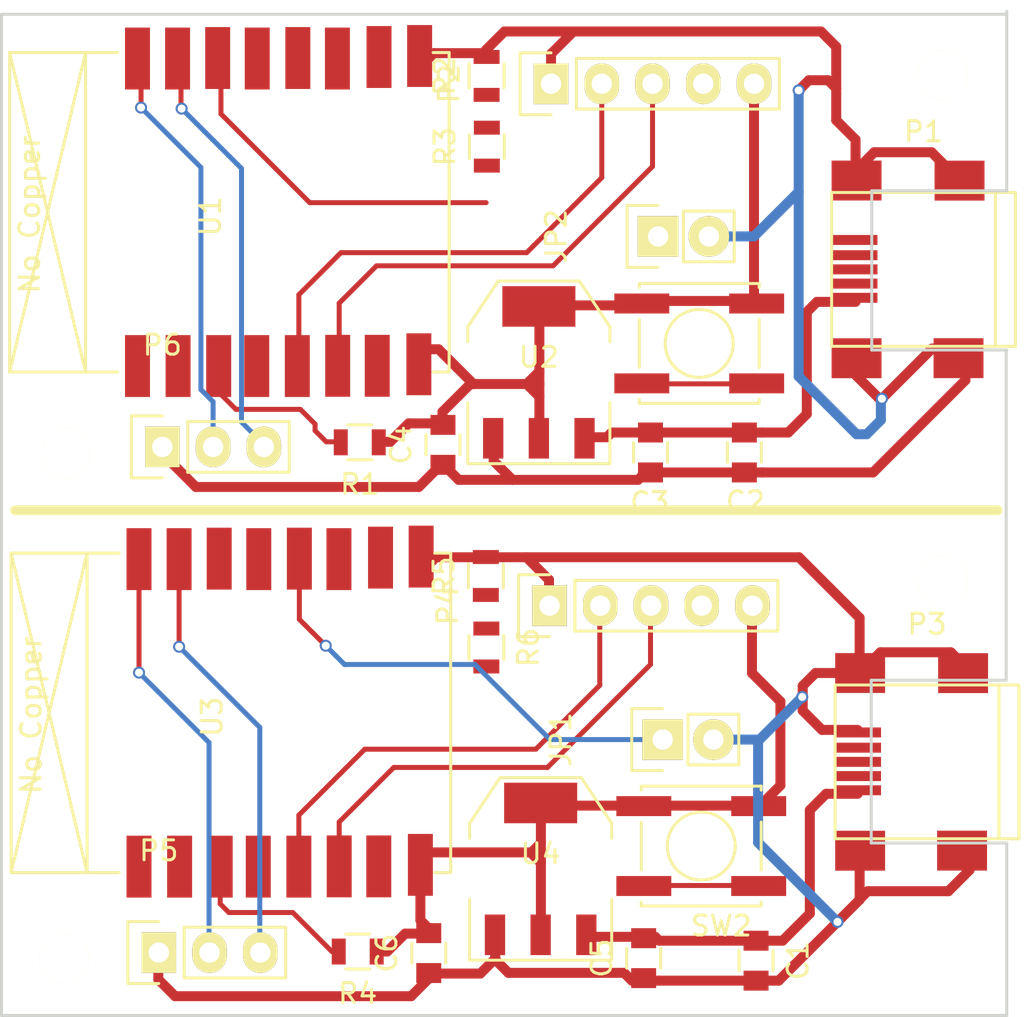
<source format=kicad_pcb>
(kicad_pcb (version 4) (host pcbnew 4.0.4-stable)

  (general
    (links 70)
    (no_connects 14)
    (area 116.028399 82.982999 166.495801 133.425001)
    (thickness 1.6)
    (drawings 13)
    (tracks 230)
    (zones 0)
    (modules 30)
    (nets 23)
  )

  (page A4)
  (layers
    (0 F.Cu signal)
    (31 B.Cu signal)
    (32 B.Adhes user)
    (33 F.Adhes user)
    (34 B.Paste user)
    (35 F.Paste user)
    (36 B.SilkS user)
    (37 F.SilkS user)
    (38 B.Mask user)
    (39 F.Mask user)
    (40 Dwgs.User user)
    (41 Cmts.User user)
    (42 Eco1.User user)
    (43 Eco2.User user)
    (44 Edge.Cuts user)
    (45 Margin user)
    (46 B.CrtYd user)
    (47 F.CrtYd user)
    (48 B.Fab user)
    (49 F.Fab user hide)
  )

  (setup
    (last_trace_width 0.25)
    (trace_clearance 0.2)
    (zone_clearance 0.508)
    (zone_45_only no)
    (trace_min 0.25)
    (segment_width 0.2)
    (edge_width 0.15)
    (via_size 0.6)
    (via_drill 0.4)
    (via_min_size 0.6)
    (via_min_drill 0.3)
    (uvia_size 0.3)
    (uvia_drill 0.1)
    (uvias_allowed no)
    (uvia_min_size 0.2)
    (uvia_min_drill 0.1)
    (pcb_text_width 0.3)
    (pcb_text_size 1.5 1.5)
    (mod_edge_width 0.15)
    (mod_text_size 1 1)
    (mod_text_width 0.15)
    (pad_size 3.5 3.5)
    (pad_drill 2.7)
    (pad_to_mask_clearance 0.2)
    (aux_axis_origin 0 0)
    (grid_origin 116.078 83.2104)
    (visible_elements 7FFFFF7F)
    (pcbplotparams
      (layerselection 0x010f0_80000001)
      (usegerberextensions true)
      (excludeedgelayer true)
      (linewidth 0.100000)
      (plotframeref false)
      (viasonmask false)
      (mode 1)
      (useauxorigin false)
      (hpglpennumber 1)
      (hpglpenspeed 20)
      (hpglpendiameter 15)
      (hpglpenoverlay 2)
      (psnegative false)
      (psa4output false)
      (plotreference true)
      (plotvalue true)
      (plotinvisibletext false)
      (padsonsilk false)
      (subtractmaskfromsilk false)
      (outputformat 1)
      (mirror false)
      (drillshape 0)
      (scaleselection 1)
      (outputdirectory ""))
  )

  (net 0 "")
  (net 1 GND)
  (net 2 +5V)
  (net 3 +3V3)
  (net 4 SS)
  (net 5 MISO)
  (net 6 SCLK)
  (net 7 "Net-(R1-Pad2)")
  (net 8 TX)
  (net 9 RX)
  (net 10 "Net-(R3-Pad2)")
  (net 11 +5VD)
  (net 12 GNDA)
  (net 13 +3.3VDAC)
  (net 14 "Net-(JP1-Pad1)")
  (net 15 "Net-(JP2-Pad1)")
  (net 16 SCLK_2)
  (net 17 MISO_2)
  (net 18 SS_2)
  (net 19 RX_2)
  (net 20 TX_2)
  (net 21 "Net-(R4-Pad2)")
  (net 22 "Net-(R6-Pad2)")

  (net_class Default "This is the default net class."
    (clearance 0.2)
    (trace_width 0.25)
    (via_dia 0.6)
    (via_drill 0.4)
    (uvia_dia 0.3)
    (uvia_drill 0.1)
    (add_net MISO)
    (add_net MISO_2)
    (add_net "Net-(JP1-Pad1)")
    (add_net "Net-(JP2-Pad1)")
    (add_net "Net-(R1-Pad2)")
    (add_net "Net-(R3-Pad2)")
    (add_net "Net-(R4-Pad2)")
    (add_net "Net-(R6-Pad2)")
    (add_net RX)
    (add_net RX_2)
    (add_net SCLK)
    (add_net SCLK_2)
    (add_net SS)
    (add_net SS_2)
    (add_net TX)
    (add_net TX_2)
  )

  (net_class GndPwr ""
    (clearance 0.2)
    (trace_width 0.5)
    (via_dia 0.6)
    (via_drill 0.4)
    (uvia_dia 0.3)
    (uvia_drill 0.1)
    (add_net +3.3VDAC)
    (add_net +3V3)
    (add_net +5V)
    (add_net +5VD)
    (add_net GND)
    (add_net GNDA)
  )

  (module dev_02_kicad:ESP-07v2 (layer F.Cu) (tedit 57F3FC98) (tstamp 581725BC)
    (at 122.9106 100.1268 90)
    (descr "Module, ESP-8266, ESP-07v2, 16 pad, SMD")
    (tags "Module ESP-8266 ESP8266")
    (path /57F14223)
    (fp_text reference U1 (at 6.8072 3.6576 270) (layer F.SilkS)
      (effects (font (size 1 1) (thickness 0.15)))
    )
    (fp_text value ESP-07v2 (at 7.25 2.25 90) (layer F.Fab)
      (effects (font (size 1 1) (thickness 0.15)))
    )
    (fp_line (start -2.25 -0.5) (end -2.25 -6.65) (layer F.CrtYd) (width 0.05))
    (fp_line (start -2.25 -6.65) (end 16.25 -6.65) (layer F.CrtYd) (width 0.05))
    (fp_line (start 16.25 -6.65) (end 16.25 16) (layer F.CrtYd) (width 0.05))
    (fp_line (start 16.25 16) (end -2.25 16) (layer F.CrtYd) (width 0.05))
    (fp_line (start -2.25 16) (end -2.25 -0.5) (layer F.CrtYd) (width 0.05))
    (fp_line (start -1 -6.4) (end 15 -6.4) (layer F.SilkS) (width 0.1524))
    (fp_line (start 15 -6.4) (end 15 -1) (layer F.SilkS) (width 0.1524))
    (fp_line (start -1 -6.4) (end -1 -1) (layer F.SilkS) (width 0.1524))
    (fp_line (start -1 14.8) (end -1 15.6) (layer F.SilkS) (width 0.1524))
    (fp_line (start -1 15.6) (end 15 15.6) (layer F.SilkS) (width 0.1524))
    (fp_line (start 15 15.6) (end 15 14.8) (layer F.SilkS) (width 0.1524))
    (fp_line (start 15 -6.4) (end -1 -2.6) (layer F.SilkS) (width 0.1524))
    (fp_line (start -1 -6.4) (end 15 -2.6) (layer F.SilkS) (width 0.1524))
    (fp_text user "No Copper" (at 6.892 -5.4 90) (layer F.SilkS)
      (effects (font (size 1 1) (thickness 0.15)))
    )
    (fp_line (start -1.008 -2.6) (end 14.992 -2.6) (layer F.SilkS) (width 0.1524))
    (fp_line (start 15 -6.4) (end 15 15.6) (layer F.Fab) (width 0.05))
    (fp_line (start 15 15.6) (end -1 15.6) (layer F.Fab) (width 0.05))
    (fp_line (start -1.008 15.6) (end -1.008 -6.4) (layer F.Fab) (width 0.05))
    (fp_line (start -1 -6.4) (end 15 -6.4) (layer F.Fab) (width 0.05))
    (pad 9 smd rect (at 14.127 14.1224 90) (size 3.1 1.25) (drill (offset 0.7 0)) (layers F.Cu F.Paste F.Mask)
      (net 1 GND))
    (pad 10 smd rect (at 14.0762 12.0904 90) (size 3.1 1.25) (drill (offset 0.7 0)) (layers F.Cu F.Paste F.Mask)
      (net 4 SS))
    (pad 11 smd rect (at 14 10.0076 90) (size 3.1 1.25) (drill (offset 0.7 0)) (layers F.Cu F.Paste F.Mask))
    (pad 12 smd rect (at 14.0254 8.0264 90) (size 3.1 1.25) (drill (offset 0.7 0)) (layers F.Cu F.Paste F.Mask)
      (net 15 "Net-(JP2-Pad1)"))
    (pad 13 smd rect (at 14 5.9944 90) (size 3.1 1.25) (drill (offset 0.7 0)) (layers F.Cu F.Paste F.Mask))
    (pad 14 smd rect (at 14.0254 4.0132 90) (size 3.1 1.25) (drill (offset 0.7 0)) (layers F.Cu F.Paste F.Mask)
      (net 10 "Net-(R3-Pad2)"))
    (pad 15 smd rect (at 14 2.0066 90) (size 3.1 1.25) (drill (offset 0.7 0)) (layers F.Cu F.Paste F.Mask)
      (net 8 TX))
    (pad 8 smd rect (at 0.0889 14.0843 90) (size 3.1 1.25) (drill (offset -0.7 0)) (layers F.Cu F.Paste F.Mask)
      (net 3 +3V3))
    (pad 7 smd rect (at 0.0127 12.0015 90) (size 3.1 1.25) (drill (offset -0.7 0)) (layers F.Cu F.Paste F.Mask))
    (pad 6 smd rect (at 0.0127 10.0203 90) (size 3.1 1.25) (drill (offset -0.7 0)) (layers F.Cu F.Paste F.Mask)
      (net 5 MISO))
    (pad 5 smd rect (at 0 8.001 90) (size 3.1 1.25) (drill (offset -0.7 0)) (layers F.Cu F.Paste F.Mask)
      (net 6 SCLK))
    (pad 4 smd rect (at 0 5.969 90) (size 3.1 1.25) (drill (offset -0.7 0)) (layers F.Cu F.Paste F.Mask))
    (pad 3 smd rect (at 0 4.064 90) (size 3.1 1.25) (drill (offset -0.7 0)) (layers F.Cu F.Paste F.Mask)
      (net 7 "Net-(R1-Pad2)"))
    (pad 2 smd rect (at 0 2.032 90) (size 3.1 1.25) (drill (offset -0.7 0)) (layers F.Cu F.Paste F.Mask))
    (pad 1 smd rect (at 0 0 90) (size 3.1 1.25) (drill (offset -0.7 0)) (layers F.Cu F.Paste F.Mask))
    (pad 16 smd rect (at 14 0 90) (size 3.1 1.25) (drill (offset 0.7 0)) (layers F.Cu F.Paste F.Mask)
      (net 9 RX))
    (model ${ESPLIB}/ESP8266.3dshapes/ESP-07v2.wrl
      (at (xyz 0 0 0))
      (scale (xyz 0.3937 0.3937 0.3937))
      (rotate (xyz 0 0 0))
    )
  )

  (module Mounting_Holes:MountingHole_2.5mm (layer F.Cu) (tedit 58028A07) (tstamp 5802888F)
    (at 163.2204 86.2584)
    (descr "Mounting Hole 2.5mm, no annular")
    (tags "mounting hole 2.5mm no annular")
    (fp_text reference "" (at 0 -3.5) (layer F.SilkS)
      (effects (font (size 1 1) (thickness 0.15)))
    )
    (fp_text value "" (at 0 3.5) (layer F.Fab)
      (effects (font (size 1 1) (thickness 0.15)))
    )
    (fp_circle (center 0 0) (end 2.5 0) (layer Cmts.User) (width 0.15))
    (fp_circle (center 0 0) (end 2.75 0) (layer F.CrtYd) (width 0.05))
    (pad 1 np_thru_hole circle (at 0 0) (size 2.5 2.5) (drill 2.5) (layers *.Cu *.Mask F.SilkS))
  )

  (module Mounting_Holes:MountingHole_2.5mm (layer F.Cu) (tedit 580297F2) (tstamp 58029919)
    (at 119.3292 105.2068)
    (descr "Mounting Hole 2.5mm, no annular")
    (tags "mounting hole 2.5mm no annular")
    (fp_text reference "" (at 0 -3.5) (layer F.SilkS)
      (effects (font (size 1 1) (thickness 0.15)))
    )
    (fp_text value "" (at 0 3.5) (layer F.Fab)
      (effects (font (size 1 1) (thickness 0.15)))
    )
    (fp_circle (center 0 0) (end 2.5 0) (layer Cmts.User) (width 0.15))
    (fp_circle (center 0 0) (end 2.75 0) (layer F.CrtYd) (width 0.05))
    (pad 1 np_thru_hole circle (at 0 0) (size 2.5 2.5) (drill 2.5) (layers *.Cu *.Mask F.SilkS))
  )

  (module Mounting_Holes:MountingHole_2.5mm (layer F.Cu) (tedit 580916E0) (tstamp 580916AE)
    (at 119.2276 130.5052)
    (descr "Mounting Hole 2.5mm, no annular")
    (tags "mounting hole 2.5mm no annular")
    (fp_text reference "" (at 0 -3.5) (layer F.SilkS)
      (effects (font (size 1 1) (thickness 0.15)))
    )
    (fp_text value "" (at 0 3.5) (layer F.Fab)
      (effects (font (size 1 1) (thickness 0.15)))
    )
    (fp_circle (center 0 0) (end 2.5 0) (layer Cmts.User) (width 0.15))
    (fp_circle (center 0 0) (end 2.75 0) (layer F.CrtYd) (width 0.05))
    (pad 1 np_thru_hole circle (at 0 0) (size 2.5 2.5) (drill 2.5) (layers *.Cu *.Mask F.SilkS))
  )

  (module Mounting_Holes:MountingHole_2.5mm (layer F.Cu) (tedit 580A54AB) (tstamp 58091708)
    (at 163.2204 111.5822)
    (descr "Mounting Hole 2.5mm, no annular")
    (tags "mounting hole 2.5mm no annular")
    (fp_text reference "" (at 0 -3.5) (layer F.SilkS)
      (effects (font (size 1 1) (thickness 0.15)))
    )
    (fp_text value "" (at 0 3.5) (layer F.Fab)
      (effects (font (size 1 1) (thickness 0.15)))
    )
    (fp_circle (center 0 0) (end 2.5 0) (layer Cmts.User) (width 0.15))
    (fp_circle (center 0 0) (end 2.75 0) (layer F.CrtYd) (width 0.05))
    (pad 1 np_thru_hole circle (at 0 0) (size 2.5 2.5) (drill 2.5) (layers *.Cu *.Mask F.SilkS))
  )

  (module Capacitors_SMD:C_0805 (layer F.Cu) (tedit 5415D6EA) (tstamp 58172510)
    (at 153.8732 130.6068 270)
    (descr "Capacitor SMD 0805, reflow soldering, AVX (see smccp.pdf)")
    (tags "capacitor 0805")
    (path /5809167A)
    (attr smd)
    (fp_text reference C1 (at 0 -2.1 270) (layer F.SilkS)
      (effects (font (size 1 1) (thickness 0.15)))
    )
    (fp_text value 0,1uF (at 0 2.1 270) (layer F.Fab)
      (effects (font (size 1 1) (thickness 0.15)))
    )
    (fp_line (start -1 0.625) (end -1 -0.625) (layer F.Fab) (width 0.15))
    (fp_line (start 1 0.625) (end -1 0.625) (layer F.Fab) (width 0.15))
    (fp_line (start 1 -0.625) (end 1 0.625) (layer F.Fab) (width 0.15))
    (fp_line (start -1 -0.625) (end 1 -0.625) (layer F.Fab) (width 0.15))
    (fp_line (start -1.8 -1) (end 1.8 -1) (layer F.CrtYd) (width 0.05))
    (fp_line (start -1.8 1) (end 1.8 1) (layer F.CrtYd) (width 0.05))
    (fp_line (start -1.8 -1) (end -1.8 1) (layer F.CrtYd) (width 0.05))
    (fp_line (start 1.8 -1) (end 1.8 1) (layer F.CrtYd) (width 0.05))
    (fp_line (start 0.5 -0.85) (end -0.5 -0.85) (layer F.SilkS) (width 0.15))
    (fp_line (start -0.5 0.85) (end 0.5 0.85) (layer F.SilkS) (width 0.15))
    (pad 1 smd rect (at -1 0 270) (size 1 1.25) (layers F.Cu F.Paste F.Mask)
      (net 11 +5VD))
    (pad 2 smd rect (at 1 0 270) (size 1 1.25) (layers F.Cu F.Paste F.Mask)
      (net 12 GNDA))
    (model Capacitors_SMD.3dshapes/C_0805.wrl
      (at (xyz 0 0 0))
      (scale (xyz 1 1 1))
      (rotate (xyz 0 0 0))
    )
  )

  (module Capacitors_SMD:C_0805 (layer F.Cu) (tedit 5817B0AF) (tstamp 58172516)
    (at 153.289 105.156 270)
    (descr "Capacitor SMD 0805, reflow soldering, AVX (see smccp.pdf)")
    (tags "capacitor 0805")
    (path /57F15504)
    (attr smd)
    (fp_text reference C2 (at 2.4638 -0.0508 360) (layer F.SilkS)
      (effects (font (size 1 1) (thickness 0.15)))
    )
    (fp_text value 0,1uF (at 0.1143 -1.7653 450) (layer F.Fab)
      (effects (font (size 1 1) (thickness 0.15)))
    )
    (fp_line (start -1 0.625) (end -1 -0.625) (layer F.Fab) (width 0.15))
    (fp_line (start 1 0.625) (end -1 0.625) (layer F.Fab) (width 0.15))
    (fp_line (start 1 -0.625) (end 1 0.625) (layer F.Fab) (width 0.15))
    (fp_line (start -1 -0.625) (end 1 -0.625) (layer F.Fab) (width 0.15))
    (fp_line (start -1.8 -1) (end 1.8 -1) (layer F.CrtYd) (width 0.05))
    (fp_line (start -1.8 1) (end 1.8 1) (layer F.CrtYd) (width 0.05))
    (fp_line (start -1.8 -1) (end -1.8 1) (layer F.CrtYd) (width 0.05))
    (fp_line (start 1.8 -1) (end 1.8 1) (layer F.CrtYd) (width 0.05))
    (fp_line (start 0.5 -0.85) (end -0.5 -0.85) (layer F.SilkS) (width 0.15))
    (fp_line (start -0.5 0.85) (end 0.5 0.85) (layer F.SilkS) (width 0.15))
    (pad 1 smd rect (at -1 0 270) (size 1 1.25) (layers F.Cu F.Paste F.Mask)
      (net 2 +5V))
    (pad 2 smd rect (at 1 0 270) (size 1 1.25) (layers F.Cu F.Paste F.Mask)
      (net 1 GND))
    (model Capacitors_SMD.3dshapes/C_0805.wrl
      (at (xyz 0 0 0))
      (scale (xyz 1 1 1))
      (rotate (xyz 0 0 0))
    )
  )

  (module Capacitors_SMD:C_0805 (layer F.Cu) (tedit 5817B0A7) (tstamp 5817251C)
    (at 148.59 105.156 90)
    (descr "Capacitor SMD 0805, reflow soldering, AVX (see smccp.pdf)")
    (tags "capacitor 0805")
    (path /57F1835E)
    (attr smd)
    (fp_text reference C3 (at -2.5019 -0.0381 180) (layer F.SilkS)
      (effects (font (size 1 1) (thickness 0.15)))
    )
    (fp_text value 10uF (at -0.1651 1.7907 270) (layer F.Fab)
      (effects (font (size 1 1) (thickness 0.15)))
    )
    (fp_line (start -1 0.625) (end -1 -0.625) (layer F.Fab) (width 0.15))
    (fp_line (start 1 0.625) (end -1 0.625) (layer F.Fab) (width 0.15))
    (fp_line (start 1 -0.625) (end 1 0.625) (layer F.Fab) (width 0.15))
    (fp_line (start -1 -0.625) (end 1 -0.625) (layer F.Fab) (width 0.15))
    (fp_line (start -1.8 -1) (end 1.8 -1) (layer F.CrtYd) (width 0.05))
    (fp_line (start -1.8 1) (end 1.8 1) (layer F.CrtYd) (width 0.05))
    (fp_line (start -1.8 -1) (end -1.8 1) (layer F.CrtYd) (width 0.05))
    (fp_line (start 1.8 -1) (end 1.8 1) (layer F.CrtYd) (width 0.05))
    (fp_line (start 0.5 -0.85) (end -0.5 -0.85) (layer F.SilkS) (width 0.15))
    (fp_line (start -0.5 0.85) (end 0.5 0.85) (layer F.SilkS) (width 0.15))
    (pad 1 smd rect (at -1 0 90) (size 1 1.25) (layers F.Cu F.Paste F.Mask)
      (net 1 GND))
    (pad 2 smd rect (at 1 0 90) (size 1 1.25) (layers F.Cu F.Paste F.Mask)
      (net 2 +5V))
    (model Capacitors_SMD.3dshapes/C_0805.wrl
      (at (xyz 0 0 0))
      (scale (xyz 1 1 1))
      (rotate (xyz 0 0 0))
    )
  )

  (module Capacitors_SMD:C_0805 (layer F.Cu) (tedit 5415D6EA) (tstamp 58172522)
    (at 138.2014 104.775 90)
    (descr "Capacitor SMD 0805, reflow soldering, AVX (see smccp.pdf)")
    (tags "capacitor 0805")
    (path /57F182A6)
    (attr smd)
    (fp_text reference C4 (at 0 -2.1 90) (layer F.SilkS)
      (effects (font (size 1 1) (thickness 0.15)))
    )
    (fp_text value 10uF (at 0 2.1 90) (layer F.Fab)
      (effects (font (size 1 1) (thickness 0.15)))
    )
    (fp_line (start -1 0.625) (end -1 -0.625) (layer F.Fab) (width 0.15))
    (fp_line (start 1 0.625) (end -1 0.625) (layer F.Fab) (width 0.15))
    (fp_line (start 1 -0.625) (end 1 0.625) (layer F.Fab) (width 0.15))
    (fp_line (start -1 -0.625) (end 1 -0.625) (layer F.Fab) (width 0.15))
    (fp_line (start -1.8 -1) (end 1.8 -1) (layer F.CrtYd) (width 0.05))
    (fp_line (start -1.8 1) (end 1.8 1) (layer F.CrtYd) (width 0.05))
    (fp_line (start -1.8 -1) (end -1.8 1) (layer F.CrtYd) (width 0.05))
    (fp_line (start 1.8 -1) (end 1.8 1) (layer F.CrtYd) (width 0.05))
    (fp_line (start 0.5 -0.85) (end -0.5 -0.85) (layer F.SilkS) (width 0.15))
    (fp_line (start -0.5 0.85) (end 0.5 0.85) (layer F.SilkS) (width 0.15))
    (pad 1 smd rect (at -1 0 90) (size 1 1.25) (layers F.Cu F.Paste F.Mask)
      (net 1 GND))
    (pad 2 smd rect (at 1 0 90) (size 1 1.25) (layers F.Cu F.Paste F.Mask)
      (net 3 +3V3))
    (model Capacitors_SMD.3dshapes/C_0805.wrl
      (at (xyz 0 0 0))
      (scale (xyz 1 1 1))
      (rotate (xyz 0 0 0))
    )
  )

  (module Capacitors_SMD:C_0805 (layer F.Cu) (tedit 5415D6EA) (tstamp 58172528)
    (at 148.2471 130.4798 90)
    (descr "Capacitor SMD 0805, reflow soldering, AVX (see smccp.pdf)")
    (tags "capacitor 0805")
    (path /580923C1)
    (attr smd)
    (fp_text reference C5 (at 0 -2.1 90) (layer F.SilkS)
      (effects (font (size 1 1) (thickness 0.15)))
    )
    (fp_text value 10uF (at 0 2.1 90) (layer F.Fab)
      (effects (font (size 1 1) (thickness 0.15)))
    )
    (fp_line (start -1 0.625) (end -1 -0.625) (layer F.Fab) (width 0.15))
    (fp_line (start 1 0.625) (end -1 0.625) (layer F.Fab) (width 0.15))
    (fp_line (start 1 -0.625) (end 1 0.625) (layer F.Fab) (width 0.15))
    (fp_line (start -1 -0.625) (end 1 -0.625) (layer F.Fab) (width 0.15))
    (fp_line (start -1.8 -1) (end 1.8 -1) (layer F.CrtYd) (width 0.05))
    (fp_line (start -1.8 1) (end 1.8 1) (layer F.CrtYd) (width 0.05))
    (fp_line (start -1.8 -1) (end -1.8 1) (layer F.CrtYd) (width 0.05))
    (fp_line (start 1.8 -1) (end 1.8 1) (layer F.CrtYd) (width 0.05))
    (fp_line (start 0.5 -0.85) (end -0.5 -0.85) (layer F.SilkS) (width 0.15))
    (fp_line (start -0.5 0.85) (end 0.5 0.85) (layer F.SilkS) (width 0.15))
    (pad 1 smd rect (at -1 0 90) (size 1 1.25) (layers F.Cu F.Paste F.Mask)
      (net 12 GNDA))
    (pad 2 smd rect (at 1 0 90) (size 1 1.25) (layers F.Cu F.Paste F.Mask)
      (net 11 +5VD))
    (model Capacitors_SMD.3dshapes/C_0805.wrl
      (at (xyz 0 0 0))
      (scale (xyz 1 1 1))
      (rotate (xyz 0 0 0))
    )
  )

  (module Capacitors_SMD:C_0805 (layer F.Cu) (tedit 5415D6EA) (tstamp 5817252E)
    (at 137.4902 130.2258 90)
    (descr "Capacitor SMD 0805, reflow soldering, AVX (see smccp.pdf)")
    (tags "capacitor 0805")
    (path /580924B7)
    (attr smd)
    (fp_text reference C6 (at 0 -2.1 90) (layer F.SilkS)
      (effects (font (size 1 1) (thickness 0.15)))
    )
    (fp_text value 10uF (at 0 2.1 90) (layer F.Fab)
      (effects (font (size 1 1) (thickness 0.15)))
    )
    (fp_line (start -1 0.625) (end -1 -0.625) (layer F.Fab) (width 0.15))
    (fp_line (start 1 0.625) (end -1 0.625) (layer F.Fab) (width 0.15))
    (fp_line (start 1 -0.625) (end 1 0.625) (layer F.Fab) (width 0.15))
    (fp_line (start -1 -0.625) (end 1 -0.625) (layer F.Fab) (width 0.15))
    (fp_line (start -1.8 -1) (end 1.8 -1) (layer F.CrtYd) (width 0.05))
    (fp_line (start -1.8 1) (end 1.8 1) (layer F.CrtYd) (width 0.05))
    (fp_line (start -1.8 -1) (end -1.8 1) (layer F.CrtYd) (width 0.05))
    (fp_line (start 1.8 -1) (end 1.8 1) (layer F.CrtYd) (width 0.05))
    (fp_line (start 0.5 -0.85) (end -0.5 -0.85) (layer F.SilkS) (width 0.15))
    (fp_line (start -0.5 0.85) (end 0.5 0.85) (layer F.SilkS) (width 0.15))
    (pad 1 smd rect (at -1 0 90) (size 1 1.25) (layers F.Cu F.Paste F.Mask)
      (net 12 GNDA))
    (pad 2 smd rect (at 1 0 90) (size 1 1.25) (layers F.Cu F.Paste F.Mask)
      (net 13 +3.3VDAC))
    (model Capacitors_SMD.3dshapes/C_0805.wrl
      (at (xyz 0 0 0))
      (scale (xyz 1 1 1))
      (rotate (xyz 0 0 0))
    )
  )

  (module Pin_Headers:Pin_Header_Straight_1x02 (layer F.Cu) (tedit 54EA090C) (tstamp 58172534)
    (at 149.1996 119.5324 90)
    (descr "Through hole pin header")
    (tags "pin header")
    (path /580981FE)
    (fp_text reference JP1 (at 0 -5.1 90) (layer F.SilkS)
      (effects (font (size 1 1) (thickness 0.15)))
    )
    (fp_text value JUMPER (at 0 -3.1 90) (layer F.Fab)
      (effects (font (size 1 1) (thickness 0.15)))
    )
    (fp_line (start 1.27 1.27) (end 1.27 3.81) (layer F.SilkS) (width 0.15))
    (fp_line (start 1.55 -1.55) (end 1.55 0) (layer F.SilkS) (width 0.15))
    (fp_line (start -1.75 -1.75) (end -1.75 4.3) (layer F.CrtYd) (width 0.05))
    (fp_line (start 1.75 -1.75) (end 1.75 4.3) (layer F.CrtYd) (width 0.05))
    (fp_line (start -1.75 -1.75) (end 1.75 -1.75) (layer F.CrtYd) (width 0.05))
    (fp_line (start -1.75 4.3) (end 1.75 4.3) (layer F.CrtYd) (width 0.05))
    (fp_line (start 1.27 1.27) (end -1.27 1.27) (layer F.SilkS) (width 0.15))
    (fp_line (start -1.55 0) (end -1.55 -1.55) (layer F.SilkS) (width 0.15))
    (fp_line (start -1.55 -1.55) (end 1.55 -1.55) (layer F.SilkS) (width 0.15))
    (fp_line (start -1.27 1.27) (end -1.27 3.81) (layer F.SilkS) (width 0.15))
    (fp_line (start -1.27 3.81) (end 1.27 3.81) (layer F.SilkS) (width 0.15))
    (pad 1 thru_hole rect (at 0 0 90) (size 2.032 2.032) (drill 1.016) (layers *.Cu *.Mask F.SilkS)
      (net 14 "Net-(JP1-Pad1)"))
    (pad 2 thru_hole oval (at 0 2.54 90) (size 2.032 2.032) (drill 1.016) (layers *.Cu *.Mask F.SilkS)
      (net 12 GNDA))
    (model Pin_Headers.3dshapes/Pin_Header_Straight_1x02.wrl
      (at (xyz 0 -0.05 0))
      (scale (xyz 1 1 1))
      (rotate (xyz 0 0 90))
    )
  )

  (module Pin_Headers:Pin_Header_Straight_1x02 (layer F.Cu) (tedit 54EA090C) (tstamp 5817253A)
    (at 148.971 94.3356 90)
    (descr "Through hole pin header")
    (tags "pin header")
    (path /58097F25)
    (fp_text reference JP2 (at 0 -5.1 90) (layer F.SilkS)
      (effects (font (size 1 1) (thickness 0.15)))
    )
    (fp_text value JUMPER (at 0 -3.1 90) (layer F.Fab)
      (effects (font (size 1 1) (thickness 0.15)))
    )
    (fp_line (start 1.27 1.27) (end 1.27 3.81) (layer F.SilkS) (width 0.15))
    (fp_line (start 1.55 -1.55) (end 1.55 0) (layer F.SilkS) (width 0.15))
    (fp_line (start -1.75 -1.75) (end -1.75 4.3) (layer F.CrtYd) (width 0.05))
    (fp_line (start 1.75 -1.75) (end 1.75 4.3) (layer F.CrtYd) (width 0.05))
    (fp_line (start -1.75 -1.75) (end 1.75 -1.75) (layer F.CrtYd) (width 0.05))
    (fp_line (start -1.75 4.3) (end 1.75 4.3) (layer F.CrtYd) (width 0.05))
    (fp_line (start 1.27 1.27) (end -1.27 1.27) (layer F.SilkS) (width 0.15))
    (fp_line (start -1.55 0) (end -1.55 -1.55) (layer F.SilkS) (width 0.15))
    (fp_line (start -1.55 -1.55) (end 1.55 -1.55) (layer F.SilkS) (width 0.15))
    (fp_line (start -1.27 1.27) (end -1.27 3.81) (layer F.SilkS) (width 0.15))
    (fp_line (start -1.27 3.81) (end 1.27 3.81) (layer F.SilkS) (width 0.15))
    (pad 1 thru_hole rect (at 0 0 90) (size 2.032 2.032) (drill 1.016) (layers *.Cu *.Mask F.SilkS)
      (net 15 "Net-(JP2-Pad1)"))
    (pad 2 thru_hole oval (at 0 2.54 90) (size 2.032 2.032) (drill 1.016) (layers *.Cu *.Mask F.SilkS)
      (net 1 GND))
    (model Pin_Headers.3dshapes/Pin_Header_Straight_1x02.wrl
      (at (xyz 0 -0.05 0))
      (scale (xyz 1 1 1))
      (rotate (xyz 0 0 90))
    )
  )

  (module ASKicadLib:USB_Mini-B_AS (layer F.Cu) (tedit 58172382) (tstamp 58172547)
    (at 162.2552 95.9866 180)
    (descr "USB Mini-B 5-pin SMD connector")
    (tags "USB USB_B USB_Mini connector")
    (path /57F144A6)
    (attr smd)
    (fp_text reference P1 (at 0 6.90118 180) (layer F.SilkS)
      (effects (font (size 1 1) (thickness 0.15)))
    )
    (fp_text value USB_OTG (at 0 -7.0993 180) (layer F.Fab)
      (effects (font (size 1 1) (thickness 0.15)))
    )
    (fp_line (start -4.85 -5.7) (end 4.85 -5.7) (layer F.CrtYd) (width 0.05))
    (fp_line (start 4.85 -5.7) (end 4.85 5.7) (layer F.CrtYd) (width 0.05))
    (fp_line (start 4.85 5.7) (end -4.85 5.7) (layer F.CrtYd) (width 0.05))
    (fp_line (start -4.85 5.7) (end -4.85 -5.7) (layer F.CrtYd) (width 0.05))
    (fp_line (start -3.59918 -3.85064) (end -3.59918 3.85064) (layer F.SilkS) (width 0.15))
    (fp_line (start -4.59994 -3.85064) (end -4.59994 3.85064) (layer F.SilkS) (width 0.15))
    (fp_line (start -4.59994 3.85064) (end 4.59994 3.85064) (layer F.SilkS) (width 0.15))
    (fp_line (start 4.59994 3.85064) (end 4.59994 -3.85064) (layer F.SilkS) (width 0.15))
    (fp_line (start 4.59994 -3.85064) (end -4.59994 -3.85064) (layer F.SilkS) (width 0.15))
    (pad 1 smd rect (at 3.4544 -1.4224 180) (size 2.30124 0.50038) (layers F.Cu F.Paste F.Mask)
      (net 2 +5V))
    (pad 2 smd rect (at 3.4544 -0.7112 180) (size 2.30124 0.50038) (layers F.Cu F.Paste F.Mask))
    (pad 3 smd rect (at 3.4544 0 180) (size 2.30124 0.50038) (layers F.Cu F.Paste F.Mask))
    (pad 4 smd rect (at 3.4544 0.7112 180) (size 2.30124 0.50038) (layers F.Cu F.Paste F.Mask))
    (pad 5 smd rect (at 3.4544 1.4732 180) (size 2.30124 0.50038) (layers F.Cu F.Paste F.Mask)
      (net 1 GND))
    (pad 6 smd rect (at 3.35026 -4.45008 180) (size 2.49936 1.99898) (layers F.Cu F.Paste F.Mask)
      (net 1 GND))
    (pad 6 smd rect (at -1.7526 -4.445 180) (size 2.49936 1.99898) (layers F.Cu F.Paste F.Mask)
      (net 1 GND))
    (pad 6 smd rect (at 3.35026 4.45008 180) (size 2.49936 1.99898) (layers F.Cu F.Paste F.Mask)
      (net 1 GND))
    (pad 6 smd rect (at -1.8034 4.445 180) (size 2.49936 1.99898) (layers F.Cu F.Paste F.Mask)
      (net 1 GND))
  )

  (module Pin_Headers:Pin_Header_Straight_1x05 (layer F.Cu) (tedit 5817B120) (tstamp 58172550)
    (at 143.6116 86.6902 90)
    (descr "Through hole pin header")
    (tags "pin header")
    (path /57F1A954)
    (fp_text reference P2 (at 0 -5.1 90) (layer F.SilkS)
      (effects (font (size 1 1) (thickness 0.15)))
    )
    (fp_text value "Pinhead SMD Connector" (at 0 -3.1 90) (layer F.Fab) hide
      (effects (font (size 1 1) (thickness 0.15)))
    )
    (fp_line (start -1.55 0) (end -1.55 -1.55) (layer F.SilkS) (width 0.15))
    (fp_line (start -1.55 -1.55) (end 1.55 -1.55) (layer F.SilkS) (width 0.15))
    (fp_line (start 1.55 -1.55) (end 1.55 0) (layer F.SilkS) (width 0.15))
    (fp_line (start -1.75 -1.75) (end -1.75 11.95) (layer F.CrtYd) (width 0.05))
    (fp_line (start 1.75 -1.75) (end 1.75 11.95) (layer F.CrtYd) (width 0.05))
    (fp_line (start -1.75 -1.75) (end 1.75 -1.75) (layer F.CrtYd) (width 0.05))
    (fp_line (start -1.75 11.95) (end 1.75 11.95) (layer F.CrtYd) (width 0.05))
    (fp_line (start 1.27 1.27) (end 1.27 11.43) (layer F.SilkS) (width 0.15))
    (fp_line (start 1.27 11.43) (end -1.27 11.43) (layer F.SilkS) (width 0.15))
    (fp_line (start -1.27 11.43) (end -1.27 1.27) (layer F.SilkS) (width 0.15))
    (fp_line (start 1.27 1.27) (end -1.27 1.27) (layer F.SilkS) (width 0.15))
    (pad 1 thru_hole rect (at 0 0 90) (size 2.032 1.7272) (drill 1.016) (layers *.Cu *.Mask F.SilkS)
      (net 1 GND))
    (pad 2 thru_hole oval (at 0 2.54 90) (size 2.032 1.7272) (drill 1.016) (layers *.Cu *.Mask F.SilkS)
      (net 6 SCLK))
    (pad 3 thru_hole oval (at 0 5.08 90) (size 2.032 1.7272) (drill 1.016) (layers *.Cu *.Mask F.SilkS)
      (net 5 MISO))
    (pad 4 thru_hole oval (at 0 7.62 90) (size 2.032 1.7272) (drill 1.016) (layers *.Cu *.Mask F.SilkS)
      (net 4 SS))
    (pad 5 thru_hole oval (at 0 10.16 90) (size 2.032 1.7272) (drill 1.016) (layers *.Cu *.Mask F.SilkS)
      (net 3 +3V3))
    (model Pin_Headers.3dshapes/Pin_Header_Straight_1x05.wrl
      (at (xyz 0 -0.2 0))
      (scale (xyz 1 1 1))
      (rotate (xyz 0 0 90))
    )
  )

  (module ASKicadLib:USB_Mini-B_AS (layer F.Cu) (tedit 58172382) (tstamp 5817255D)
    (at 162.433 120.65 180)
    (descr "USB Mini-B 5-pin SMD connector")
    (tags "USB USB_B USB_Mini connector")
    (path /580916F7)
    (attr smd)
    (fp_text reference P3 (at 0 6.90118 180) (layer F.SilkS)
      (effects (font (size 1 1) (thickness 0.15)))
    )
    (fp_text value USB_OTG (at 0 -7.0993 180) (layer F.Fab)
      (effects (font (size 1 1) (thickness 0.15)))
    )
    (fp_line (start -4.85 -5.7) (end 4.85 -5.7) (layer F.CrtYd) (width 0.05))
    (fp_line (start 4.85 -5.7) (end 4.85 5.7) (layer F.CrtYd) (width 0.05))
    (fp_line (start 4.85 5.7) (end -4.85 5.7) (layer F.CrtYd) (width 0.05))
    (fp_line (start -4.85 5.7) (end -4.85 -5.7) (layer F.CrtYd) (width 0.05))
    (fp_line (start -3.59918 -3.85064) (end -3.59918 3.85064) (layer F.SilkS) (width 0.15))
    (fp_line (start -4.59994 -3.85064) (end -4.59994 3.85064) (layer F.SilkS) (width 0.15))
    (fp_line (start -4.59994 3.85064) (end 4.59994 3.85064) (layer F.SilkS) (width 0.15))
    (fp_line (start 4.59994 3.85064) (end 4.59994 -3.85064) (layer F.SilkS) (width 0.15))
    (fp_line (start 4.59994 -3.85064) (end -4.59994 -3.85064) (layer F.SilkS) (width 0.15))
    (pad 1 smd rect (at 3.4544 -1.4224 180) (size 2.30124 0.50038) (layers F.Cu F.Paste F.Mask)
      (net 11 +5VD))
    (pad 2 smd rect (at 3.4544 -0.7112 180) (size 2.30124 0.50038) (layers F.Cu F.Paste F.Mask))
    (pad 3 smd rect (at 3.4544 0 180) (size 2.30124 0.50038) (layers F.Cu F.Paste F.Mask))
    (pad 4 smd rect (at 3.4544 0.7112 180) (size 2.30124 0.50038) (layers F.Cu F.Paste F.Mask))
    (pad 5 smd rect (at 3.4544 1.4732 180) (size 2.30124 0.50038) (layers F.Cu F.Paste F.Mask)
      (net 12 GNDA))
    (pad 6 smd rect (at 3.35026 -4.45008 180) (size 2.49936 1.99898) (layers F.Cu F.Paste F.Mask)
      (net 12 GNDA))
    (pad 6 smd rect (at -1.7526 -4.445 180) (size 2.49936 1.99898) (layers F.Cu F.Paste F.Mask)
      (net 12 GNDA))
    (pad 6 smd rect (at 3.35026 4.45008 180) (size 2.49936 1.99898) (layers F.Cu F.Paste F.Mask)
      (net 12 GNDA))
    (pad 6 smd rect (at -1.8034 4.445 180) (size 2.49936 1.99898) (layers F.Cu F.Paste F.Mask)
      (net 12 GNDA))
  )

  (module Pin_Headers:Pin_Header_Straight_1x05 (layer F.Cu) (tedit 5817B123) (tstamp 58172566)
    (at 143.5354 112.8268 90)
    (descr "Through hole pin header")
    (tags "pin header")
    (path /58091850)
    (fp_text reference P4 (at 0 -5.1 90) (layer F.SilkS)
      (effects (font (size 1 1) (thickness 0.15)))
    )
    (fp_text value "Pinhead SMD Connector" (at 0 -3.1 90) (layer F.Fab) hide
      (effects (font (size 1 1) (thickness 0.15)))
    )
    (fp_line (start -1.55 0) (end -1.55 -1.55) (layer F.SilkS) (width 0.15))
    (fp_line (start -1.55 -1.55) (end 1.55 -1.55) (layer F.SilkS) (width 0.15))
    (fp_line (start 1.55 -1.55) (end 1.55 0) (layer F.SilkS) (width 0.15))
    (fp_line (start -1.75 -1.75) (end -1.75 11.95) (layer F.CrtYd) (width 0.05))
    (fp_line (start 1.75 -1.75) (end 1.75 11.95) (layer F.CrtYd) (width 0.05))
    (fp_line (start -1.75 -1.75) (end 1.75 -1.75) (layer F.CrtYd) (width 0.05))
    (fp_line (start -1.75 11.95) (end 1.75 11.95) (layer F.CrtYd) (width 0.05))
    (fp_line (start 1.27 1.27) (end 1.27 11.43) (layer F.SilkS) (width 0.15))
    (fp_line (start 1.27 11.43) (end -1.27 11.43) (layer F.SilkS) (width 0.15))
    (fp_line (start -1.27 11.43) (end -1.27 1.27) (layer F.SilkS) (width 0.15))
    (fp_line (start 1.27 1.27) (end -1.27 1.27) (layer F.SilkS) (width 0.15))
    (pad 1 thru_hole rect (at 0 0 90) (size 2.032 1.7272) (drill 1.016) (layers *.Cu *.Mask F.SilkS)
      (net 12 GNDA))
    (pad 2 thru_hole oval (at 0 2.54 90) (size 2.032 1.7272) (drill 1.016) (layers *.Cu *.Mask F.SilkS)
      (net 16 SCLK_2))
    (pad 3 thru_hole oval (at 0 5.08 90) (size 2.032 1.7272) (drill 1.016) (layers *.Cu *.Mask F.SilkS)
      (net 17 MISO_2))
    (pad 4 thru_hole oval (at 0 7.62 90) (size 2.032 1.7272) (drill 1.016) (layers *.Cu *.Mask F.SilkS)
      (net 18 SS_2))
    (pad 5 thru_hole oval (at 0 10.16 90) (size 2.032 1.7272) (drill 1.016) (layers *.Cu *.Mask F.SilkS)
      (net 13 +3.3VDAC))
    (model Pin_Headers.3dshapes/Pin_Header_Straight_1x05.wrl
      (at (xyz 0 -0.2 0))
      (scale (xyz 1 1 1))
      (rotate (xyz 0 0 90))
    )
  )

  (module Socket_Strips:Socket_Strip_Straight_1x03 (layer F.Cu) (tedit 54E9F429) (tstamp 5817256D)
    (at 123.9774 130.2004)
    (descr "Through hole socket strip")
    (tags "socket strip")
    (path /58097904)
    (fp_text reference P5 (at 0 -5.1) (layer F.SilkS)
      (effects (font (size 1 1) (thickness 0.15)))
    )
    (fp_text value CONN_01X03 (at 0 -3.1) (layer F.Fab)
      (effects (font (size 1 1) (thickness 0.15)))
    )
    (fp_line (start 0 -1.55) (end -1.55 -1.55) (layer F.SilkS) (width 0.15))
    (fp_line (start -1.55 -1.55) (end -1.55 1.55) (layer F.SilkS) (width 0.15))
    (fp_line (start -1.55 1.55) (end 0 1.55) (layer F.SilkS) (width 0.15))
    (fp_line (start -1.75 -1.75) (end -1.75 1.75) (layer F.CrtYd) (width 0.05))
    (fp_line (start 6.85 -1.75) (end 6.85 1.75) (layer F.CrtYd) (width 0.05))
    (fp_line (start -1.75 -1.75) (end 6.85 -1.75) (layer F.CrtYd) (width 0.05))
    (fp_line (start -1.75 1.75) (end 6.85 1.75) (layer F.CrtYd) (width 0.05))
    (fp_line (start 1.27 -1.27) (end 6.35 -1.27) (layer F.SilkS) (width 0.15))
    (fp_line (start 6.35 -1.27) (end 6.35 1.27) (layer F.SilkS) (width 0.15))
    (fp_line (start 6.35 1.27) (end 1.27 1.27) (layer F.SilkS) (width 0.15))
    (fp_line (start 1.27 1.27) (end 1.27 -1.27) (layer F.SilkS) (width 0.15))
    (pad 1 thru_hole rect (at 0 0) (size 1.7272 2.032) (drill 1.016) (layers *.Cu *.Mask F.SilkS)
      (net 12 GNDA))
    (pad 2 thru_hole oval (at 2.54 0) (size 1.7272 2.032) (drill 1.016) (layers *.Cu *.Mask F.SilkS)
      (net 19 RX_2))
    (pad 3 thru_hole oval (at 5.08 0) (size 1.7272 2.032) (drill 1.016) (layers *.Cu *.Mask F.SilkS)
      (net 20 TX_2))
    (model Socket_Strips.3dshapes/Socket_Strip_Straight_1x03.wrl
      (at (xyz 0.1 0 0))
      (scale (xyz 1 1 1))
      (rotate (xyz 0 0 180))
    )
  )

  (module Socket_Strips:Socket_Strip_Straight_1x03 (layer F.Cu) (tedit 54E9F429) (tstamp 58172574)
    (at 124.1552 104.8766)
    (descr "Through hole socket strip")
    (tags "socket strip")
    (path /58097A8F)
    (fp_text reference P6 (at 0 -5.1) (layer F.SilkS)
      (effects (font (size 1 1) (thickness 0.15)))
    )
    (fp_text value CONN_01X03 (at 0 -3.1) (layer F.Fab)
      (effects (font (size 1 1) (thickness 0.15)))
    )
    (fp_line (start 0 -1.55) (end -1.55 -1.55) (layer F.SilkS) (width 0.15))
    (fp_line (start -1.55 -1.55) (end -1.55 1.55) (layer F.SilkS) (width 0.15))
    (fp_line (start -1.55 1.55) (end 0 1.55) (layer F.SilkS) (width 0.15))
    (fp_line (start -1.75 -1.75) (end -1.75 1.75) (layer F.CrtYd) (width 0.05))
    (fp_line (start 6.85 -1.75) (end 6.85 1.75) (layer F.CrtYd) (width 0.05))
    (fp_line (start -1.75 -1.75) (end 6.85 -1.75) (layer F.CrtYd) (width 0.05))
    (fp_line (start -1.75 1.75) (end 6.85 1.75) (layer F.CrtYd) (width 0.05))
    (fp_line (start 1.27 -1.27) (end 6.35 -1.27) (layer F.SilkS) (width 0.15))
    (fp_line (start 6.35 -1.27) (end 6.35 1.27) (layer F.SilkS) (width 0.15))
    (fp_line (start 6.35 1.27) (end 1.27 1.27) (layer F.SilkS) (width 0.15))
    (fp_line (start 1.27 1.27) (end 1.27 -1.27) (layer F.SilkS) (width 0.15))
    (pad 1 thru_hole rect (at 0 0) (size 1.7272 2.032) (drill 1.016) (layers *.Cu *.Mask F.SilkS)
      (net 1 GND))
    (pad 2 thru_hole oval (at 2.54 0) (size 1.7272 2.032) (drill 1.016) (layers *.Cu *.Mask F.SilkS)
      (net 9 RX))
    (pad 3 thru_hole oval (at 5.08 0) (size 1.7272 2.032) (drill 1.016) (layers *.Cu *.Mask F.SilkS)
      (net 8 TX))
    (model Socket_Strips.3dshapes/Socket_Strip_Straight_1x03.wrl
      (at (xyz 0.1 0 0))
      (scale (xyz 1 1 1))
      (rotate (xyz 0 0 180))
    )
  )

  (module Resistors_SMD:R_0805 (layer F.Cu) (tedit 5415CDEB) (tstamp 5817257A)
    (at 134.0358 104.648 180)
    (descr "Resistor SMD 0805, reflow soldering, Vishay (see dcrcw.pdf)")
    (tags "resistor 0805")
    (path /57F1614C)
    (attr smd)
    (fp_text reference R1 (at 0 -2.1 180) (layer F.SilkS)
      (effects (font (size 1 1) (thickness 0.15)))
    )
    (fp_text value 10k (at 0 2.1 180) (layer F.Fab)
      (effects (font (size 1 1) (thickness 0.15)))
    )
    (fp_line (start -1.6 -1) (end 1.6 -1) (layer F.CrtYd) (width 0.05))
    (fp_line (start -1.6 1) (end 1.6 1) (layer F.CrtYd) (width 0.05))
    (fp_line (start -1.6 -1) (end -1.6 1) (layer F.CrtYd) (width 0.05))
    (fp_line (start 1.6 -1) (end 1.6 1) (layer F.CrtYd) (width 0.05))
    (fp_line (start 0.6 0.875) (end -0.6 0.875) (layer F.SilkS) (width 0.15))
    (fp_line (start -0.6 -0.875) (end 0.6 -0.875) (layer F.SilkS) (width 0.15))
    (pad 1 smd rect (at -0.95 0 180) (size 0.7 1.3) (layers F.Cu F.Paste F.Mask)
      (net 3 +3V3))
    (pad 2 smd rect (at 0.95 0 180) (size 0.7 1.3) (layers F.Cu F.Paste F.Mask)
      (net 7 "Net-(R1-Pad2)"))
    (model Resistors_SMD.3dshapes/R_0805.wrl
      (at (xyz 0 0 0))
      (scale (xyz 1 1 1))
      (rotate (xyz 0 0 0))
    )
  )

  (module Resistors_SMD:R_0805 (layer F.Cu) (tedit 5415CDEB) (tstamp 58172580)
    (at 140.3858 86.2965 90)
    (descr "Resistor SMD 0805, reflow soldering, Vishay (see dcrcw.pdf)")
    (tags "resistor 0805")
    (path /57F169BA)
    (attr smd)
    (fp_text reference R2 (at 0 -2.1 90) (layer F.SilkS)
      (effects (font (size 1 1) (thickness 0.15)))
    )
    (fp_text value 10k (at 0 2.1 90) (layer F.Fab)
      (effects (font (size 1 1) (thickness 0.15)))
    )
    (fp_line (start -1.6 -1) (end 1.6 -1) (layer F.CrtYd) (width 0.05))
    (fp_line (start -1.6 1) (end 1.6 1) (layer F.CrtYd) (width 0.05))
    (fp_line (start -1.6 -1) (end -1.6 1) (layer F.CrtYd) (width 0.05))
    (fp_line (start 1.6 -1) (end 1.6 1) (layer F.CrtYd) (width 0.05))
    (fp_line (start 0.6 0.875) (end -0.6 0.875) (layer F.SilkS) (width 0.15))
    (fp_line (start -0.6 -0.875) (end 0.6 -0.875) (layer F.SilkS) (width 0.15))
    (pad 1 smd rect (at -0.95 0 90) (size 0.7 1.3) (layers F.Cu F.Paste F.Mask)
      (net 4 SS))
    (pad 2 smd rect (at 0.95 0 90) (size 0.7 1.3) (layers F.Cu F.Paste F.Mask)
      (net 1 GND))
    (model Resistors_SMD.3dshapes/R_0805.wrl
      (at (xyz 0 0 0))
      (scale (xyz 1 1 1))
      (rotate (xyz 0 0 0))
    )
  )

  (module Resistors_SMD:R_0805 (layer F.Cu) (tedit 5415CDEB) (tstamp 58172586)
    (at 140.3985 89.8398 90)
    (descr "Resistor SMD 0805, reflow soldering, Vishay (see dcrcw.pdf)")
    (tags "resistor 0805")
    (path /57F16E36)
    (attr smd)
    (fp_text reference R3 (at 0 -2.1 90) (layer F.SilkS)
      (effects (font (size 1 1) (thickness 0.15)))
    )
    (fp_text value 10k (at 0 2.1 90) (layer F.Fab)
      (effects (font (size 1 1) (thickness 0.15)))
    )
    (fp_line (start -1.6 -1) (end 1.6 -1) (layer F.CrtYd) (width 0.05))
    (fp_line (start -1.6 1) (end 1.6 1) (layer F.CrtYd) (width 0.05))
    (fp_line (start -1.6 -1) (end -1.6 1) (layer F.CrtYd) (width 0.05))
    (fp_line (start 1.6 -1) (end 1.6 1) (layer F.CrtYd) (width 0.05))
    (fp_line (start 0.6 0.875) (end -0.6 0.875) (layer F.SilkS) (width 0.15))
    (fp_line (start -0.6 -0.875) (end 0.6 -0.875) (layer F.SilkS) (width 0.15))
    (pad 1 smd rect (at -0.95 0 90) (size 0.7 1.3) (layers F.Cu F.Paste F.Mask)
      (net 1 GND))
    (pad 2 smd rect (at 0.95 0 90) (size 0.7 1.3) (layers F.Cu F.Paste F.Mask)
      (net 10 "Net-(R3-Pad2)"))
    (model Resistors_SMD.3dshapes/R_0805.wrl
      (at (xyz 0 0 0))
      (scale (xyz 1 1 1))
      (rotate (xyz 0 0 0))
    )
  )

  (module Resistors_SMD:R_0805 (layer F.Cu) (tedit 5415CDEB) (tstamp 5817258C)
    (at 133.9342 130.1496 180)
    (descr "Resistor SMD 0805, reflow soldering, Vishay (see dcrcw.pdf)")
    (tags "resistor 0805")
    (path /580915C0)
    (attr smd)
    (fp_text reference R4 (at 0 -2.1 180) (layer F.SilkS)
      (effects (font (size 1 1) (thickness 0.15)))
    )
    (fp_text value 10k (at 0 2.1 180) (layer F.Fab)
      (effects (font (size 1 1) (thickness 0.15)))
    )
    (fp_line (start -1.6 -1) (end 1.6 -1) (layer F.CrtYd) (width 0.05))
    (fp_line (start -1.6 1) (end 1.6 1) (layer F.CrtYd) (width 0.05))
    (fp_line (start -1.6 -1) (end -1.6 1) (layer F.CrtYd) (width 0.05))
    (fp_line (start 1.6 -1) (end 1.6 1) (layer F.CrtYd) (width 0.05))
    (fp_line (start 0.6 0.875) (end -0.6 0.875) (layer F.SilkS) (width 0.15))
    (fp_line (start -0.6 -0.875) (end 0.6 -0.875) (layer F.SilkS) (width 0.15))
    (pad 1 smd rect (at -0.95 0 180) (size 0.7 1.3) (layers F.Cu F.Paste F.Mask)
      (net 13 +3.3VDAC))
    (pad 2 smd rect (at 0.95 0 180) (size 0.7 1.3) (layers F.Cu F.Paste F.Mask)
      (net 21 "Net-(R4-Pad2)"))
    (model Resistors_SMD.3dshapes/R_0805.wrl
      (at (xyz 0 0 0))
      (scale (xyz 1 1 1))
      (rotate (xyz 0 0 0))
    )
  )

  (module Resistors_SMD:R_0805 (layer F.Cu) (tedit 5415CDEB) (tstamp 58172592)
    (at 140.3477 111.3409 90)
    (descr "Resistor SMD 0805, reflow soldering, Vishay (see dcrcw.pdf)")
    (tags "resistor 0805")
    (path /58093005)
    (attr smd)
    (fp_text reference R5 (at 0 -2.1 90) (layer F.SilkS)
      (effects (font (size 1 1) (thickness 0.15)))
    )
    (fp_text value 10k (at 0 2.1 90) (layer F.Fab)
      (effects (font (size 1 1) (thickness 0.15)))
    )
    (fp_line (start -1.6 -1) (end 1.6 -1) (layer F.CrtYd) (width 0.05))
    (fp_line (start -1.6 1) (end 1.6 1) (layer F.CrtYd) (width 0.05))
    (fp_line (start -1.6 -1) (end -1.6 1) (layer F.CrtYd) (width 0.05))
    (fp_line (start 1.6 -1) (end 1.6 1) (layer F.CrtYd) (width 0.05))
    (fp_line (start 0.6 0.875) (end -0.6 0.875) (layer F.SilkS) (width 0.15))
    (fp_line (start -0.6 -0.875) (end 0.6 -0.875) (layer F.SilkS) (width 0.15))
    (pad 1 smd rect (at -0.95 0 90) (size 0.7 1.3) (layers F.Cu F.Paste F.Mask)
      (net 18 SS_2))
    (pad 2 smd rect (at 0.95 0 90) (size 0.7 1.3) (layers F.Cu F.Paste F.Mask)
      (net 12 GNDA))
    (model Resistors_SMD.3dshapes/R_0805.wrl
      (at (xyz 0 0 0))
      (scale (xyz 1 1 1))
      (rotate (xyz 0 0 0))
    )
  )

  (module Resistors_SMD:R_0805 (layer F.Cu) (tedit 5415CDEB) (tstamp 58172598)
    (at 140.3731 114.9223 270)
    (descr "Resistor SMD 0805, reflow soldering, Vishay (see dcrcw.pdf)")
    (tags "resistor 0805")
    (path /58091A6D)
    (attr smd)
    (fp_text reference R6 (at 0 -2.1 270) (layer F.SilkS)
      (effects (font (size 1 1) (thickness 0.15)))
    )
    (fp_text value 10k (at 0 2.1 270) (layer F.Fab)
      (effects (font (size 1 1) (thickness 0.15)))
    )
    (fp_line (start -1.6 -1) (end 1.6 -1) (layer F.CrtYd) (width 0.05))
    (fp_line (start -1.6 1) (end 1.6 1) (layer F.CrtYd) (width 0.05))
    (fp_line (start -1.6 -1) (end -1.6 1) (layer F.CrtYd) (width 0.05))
    (fp_line (start 1.6 -1) (end 1.6 1) (layer F.CrtYd) (width 0.05))
    (fp_line (start 0.6 0.875) (end -0.6 0.875) (layer F.SilkS) (width 0.15))
    (fp_line (start -0.6 -0.875) (end 0.6 -0.875) (layer F.SilkS) (width 0.15))
    (pad 1 smd rect (at -0.95 0 270) (size 0.7 1.3) (layers F.Cu F.Paste F.Mask)
      (net 12 GNDA))
    (pad 2 smd rect (at 0.95 0 270) (size 0.7 1.3) (layers F.Cu F.Paste F.Mask)
      (net 22 "Net-(R6-Pad2)"))
    (model Resistors_SMD.3dshapes/R_0805.wrl
      (at (xyz 0 0 0))
      (scale (xyz 1 1 1))
      (rotate (xyz 0 0 0))
    )
  )

  (module Buttons_Switches_SMD:SW_SPST_EVPBF (layer F.Cu) (tedit 5817B0B9) (tstamp 581725A0)
    (at 151.0284 99.695 180)
    (descr "Light Touch Switch")
    (path /57F1482F)
    (attr smd)
    (fp_text reference SW1 (at 0 0 180) (layer F.SilkS) hide
      (effects (font (size 1 1) (thickness 0.15)))
    )
    (fp_text value SW_PUSH (at 0 4.25 180) (layer F.Fab)
      (effects (font (size 1 1) (thickness 0.15)))
    )
    (fp_line (start -4.5 -3.25) (end 4.5 -3.25) (layer F.CrtYd) (width 0.05))
    (fp_line (start 4.5 -3.25) (end 4.5 3.25) (layer F.CrtYd) (width 0.05))
    (fp_line (start 4.5 3.25) (end -4.5 3.25) (layer F.CrtYd) (width 0.05))
    (fp_line (start -4.5 3.25) (end -4.5 -3.25) (layer F.CrtYd) (width 0.05))
    (fp_line (start 3 -3) (end 3 -2.8) (layer F.SilkS) (width 0.15))
    (fp_line (start 3 3) (end 3 2.8) (layer F.SilkS) (width 0.15))
    (fp_line (start -3 3) (end -3 2.8) (layer F.SilkS) (width 0.15))
    (fp_line (start -3 -3) (end -3 -2.8) (layer F.SilkS) (width 0.15))
    (fp_line (start -3 -1.2) (end -3 1.2) (layer F.SilkS) (width 0.15))
    (fp_line (start 3 -1.2) (end 3 1.2) (layer F.SilkS) (width 0.15))
    (fp_line (start 3 -3) (end -3 -3) (layer F.SilkS) (width 0.15))
    (fp_line (start -3 3) (end 3 3) (layer F.SilkS) (width 0.15))
    (fp_circle (center 0 0) (end 1.7 0) (layer F.SilkS) (width 0.15))
    (pad 1 smd rect (at 2.875 -2 180) (size 2.75 1) (layers F.Cu F.Paste F.Mask)
      (net 10 "Net-(R3-Pad2)"))
    (pad 1 smd rect (at -2.875 -2 180) (size 2.75 1) (layers F.Cu F.Paste F.Mask)
      (net 10 "Net-(R3-Pad2)"))
    (pad 2 smd rect (at -2.875 2 180) (size 2.75 1) (layers F.Cu F.Paste F.Mask)
      (net 3 +3V3))
    (pad 2 smd rect (at 2.875 2 180) (size 2.75 1) (layers F.Cu F.Paste F.Mask)
      (net 3 +3V3))
  )

  (module Buttons_Switches_SMD:SW_SPST_EVPBF (layer F.Cu) (tedit 5788B2A9) (tstamp 581725A8)
    (at 151.13 124.8664 180)
    (descr "Light Touch Switch")
    (path /580919C9)
    (attr smd)
    (fp_text reference SW2 (at -1 -4 180) (layer F.SilkS)
      (effects (font (size 1 1) (thickness 0.15)))
    )
    (fp_text value SW_PUSH (at 0 4.25 180) (layer F.Fab)
      (effects (font (size 1 1) (thickness 0.15)))
    )
    (fp_line (start -4.5 -3.25) (end 4.5 -3.25) (layer F.CrtYd) (width 0.05))
    (fp_line (start 4.5 -3.25) (end 4.5 3.25) (layer F.CrtYd) (width 0.05))
    (fp_line (start 4.5 3.25) (end -4.5 3.25) (layer F.CrtYd) (width 0.05))
    (fp_line (start -4.5 3.25) (end -4.5 -3.25) (layer F.CrtYd) (width 0.05))
    (fp_line (start 3 -3) (end 3 -2.8) (layer F.SilkS) (width 0.15))
    (fp_line (start 3 3) (end 3 2.8) (layer F.SilkS) (width 0.15))
    (fp_line (start -3 3) (end -3 2.8) (layer F.SilkS) (width 0.15))
    (fp_line (start -3 -3) (end -3 -2.8) (layer F.SilkS) (width 0.15))
    (fp_line (start -3 -1.2) (end -3 1.2) (layer F.SilkS) (width 0.15))
    (fp_line (start 3 -1.2) (end 3 1.2) (layer F.SilkS) (width 0.15))
    (fp_line (start 3 -3) (end -3 -3) (layer F.SilkS) (width 0.15))
    (fp_line (start -3 3) (end 3 3) (layer F.SilkS) (width 0.15))
    (fp_circle (center 0 0) (end 1.7 0) (layer F.SilkS) (width 0.15))
    (pad 1 smd rect (at 2.875 -2 180) (size 2.75 1) (layers F.Cu F.Paste F.Mask)
      (net 22 "Net-(R6-Pad2)"))
    (pad 1 smd rect (at -2.875 -2 180) (size 2.75 1) (layers F.Cu F.Paste F.Mask)
      (net 22 "Net-(R6-Pad2)"))
    (pad 2 smd rect (at -2.875 2 180) (size 2.75 1) (layers F.Cu F.Paste F.Mask)
      (net 13 +3.3VDAC))
    (pad 2 smd rect (at 2.875 2 180) (size 2.75 1) (layers F.Cu F.Paste F.Mask)
      (net 13 +3.3VDAC))
  )

  (module TO_SOT_Packages_SMD:SOT-223 (layer F.Cu) (tedit 0) (tstamp 581725C4)
    (at 143.002 101.1428)
    (descr "module CMS SOT223 4 pins")
    (tags "CMS SOT")
    (path /57F18719)
    (attr smd)
    (fp_text reference U2 (at 0 -0.762) (layer F.SilkS)
      (effects (font (size 1 1) (thickness 0.15)))
    )
    (fp_text value LM1117-3.3 (at 0 0.762) (layer F.Fab)
      (effects (font (size 1 1) (thickness 0.15)))
    )
    (fp_line (start -3.556 1.524) (end -3.556 4.572) (layer F.SilkS) (width 0.15))
    (fp_line (start -3.556 4.572) (end 3.556 4.572) (layer F.SilkS) (width 0.15))
    (fp_line (start 3.556 4.572) (end 3.556 1.524) (layer F.SilkS) (width 0.15))
    (fp_line (start -3.556 -1.524) (end -3.556 -2.286) (layer F.SilkS) (width 0.15))
    (fp_line (start -3.556 -2.286) (end -2.032 -4.572) (layer F.SilkS) (width 0.15))
    (fp_line (start -2.032 -4.572) (end 2.032 -4.572) (layer F.SilkS) (width 0.15))
    (fp_line (start 2.032 -4.572) (end 3.556 -2.286) (layer F.SilkS) (width 0.15))
    (fp_line (start 3.556 -2.286) (end 3.556 -1.524) (layer F.SilkS) (width 0.15))
    (pad 4 smd rect (at 0 -3.302) (size 3.6576 2.032) (layers F.Cu F.Paste F.Mask)
      (net 3 +3V3))
    (pad 2 smd rect (at 0 3.302) (size 1.016 2.032) (layers F.Cu F.Paste F.Mask)
      (net 3 +3V3))
    (pad 3 smd rect (at 2.286 3.302) (size 1.016 2.032) (layers F.Cu F.Paste F.Mask)
      (net 2 +5V))
    (pad 1 smd rect (at -2.286 3.302) (size 1.016 2.032) (layers F.Cu F.Paste F.Mask)
      (net 1 GND))
    (model TO_SOT_Packages_SMD.3dshapes/SOT-223.wrl
      (at (xyz 0 0 0))
      (scale (xyz 0.4 0.4 0.4))
      (rotate (xyz 0 0 0))
    )
  )

  (module dev_02_kicad:ESP-07v2 (layer F.Cu) (tedit 57F3FC98) (tstamp 581725D8)
    (at 122.9868 125.1966 90)
    (descr "Module, ESP-8266, ESP-07v2, 16 pad, SMD")
    (tags "Module ESP-8266 ESP8266")
    (path /580914F4)
    (fp_text reference U3 (at 6.8072 3.6576 270) (layer F.SilkS)
      (effects (font (size 1 1) (thickness 0.15)))
    )
    (fp_text value ESP-07v2 (at 7.25 2.25 90) (layer F.Fab)
      (effects (font (size 1 1) (thickness 0.15)))
    )
    (fp_line (start -2.25 -0.5) (end -2.25 -6.65) (layer F.CrtYd) (width 0.05))
    (fp_line (start -2.25 -6.65) (end 16.25 -6.65) (layer F.CrtYd) (width 0.05))
    (fp_line (start 16.25 -6.65) (end 16.25 16) (layer F.CrtYd) (width 0.05))
    (fp_line (start 16.25 16) (end -2.25 16) (layer F.CrtYd) (width 0.05))
    (fp_line (start -2.25 16) (end -2.25 -0.5) (layer F.CrtYd) (width 0.05))
    (fp_line (start -1 -6.4) (end 15 -6.4) (layer F.SilkS) (width 0.1524))
    (fp_line (start 15 -6.4) (end 15 -1) (layer F.SilkS) (width 0.1524))
    (fp_line (start -1 -6.4) (end -1 -1) (layer F.SilkS) (width 0.1524))
    (fp_line (start -1 14.8) (end -1 15.6) (layer F.SilkS) (width 0.1524))
    (fp_line (start -1 15.6) (end 15 15.6) (layer F.SilkS) (width 0.1524))
    (fp_line (start 15 15.6) (end 15 14.8) (layer F.SilkS) (width 0.1524))
    (fp_line (start 15 -6.4) (end -1 -2.6) (layer F.SilkS) (width 0.1524))
    (fp_line (start -1 -6.4) (end 15 -2.6) (layer F.SilkS) (width 0.1524))
    (fp_text user "No Copper" (at 6.892 -5.4 90) (layer F.SilkS)
      (effects (font (size 1 1) (thickness 0.15)))
    )
    (fp_line (start -1.008 -2.6) (end 14.992 -2.6) (layer F.SilkS) (width 0.1524))
    (fp_line (start 15 -6.4) (end 15 15.6) (layer F.Fab) (width 0.05))
    (fp_line (start 15 15.6) (end -1 15.6) (layer F.Fab) (width 0.05))
    (fp_line (start -1.008 15.6) (end -1.008 -6.4) (layer F.Fab) (width 0.05))
    (fp_line (start -1 -6.4) (end 15 -6.4) (layer F.Fab) (width 0.05))
    (pad 9 smd rect (at 14.127 14.1224 90) (size 3.1 1.25) (drill (offset 0.7 0)) (layers F.Cu F.Paste F.Mask)
      (net 12 GNDA))
    (pad 10 smd rect (at 14.0762 12.0904 90) (size 3.1 1.25) (drill (offset 0.7 0)) (layers F.Cu F.Paste F.Mask)
      (net 18 SS_2))
    (pad 11 smd rect (at 14 10.0076 90) (size 3.1 1.25) (drill (offset 0.7 0)) (layers F.Cu F.Paste F.Mask))
    (pad 12 smd rect (at 14.0254 8.0264 90) (size 3.1 1.25) (drill (offset 0.7 0)) (layers F.Cu F.Paste F.Mask)
      (net 14 "Net-(JP1-Pad1)"))
    (pad 13 smd rect (at 14 5.9944 90) (size 3.1 1.25) (drill (offset 0.7 0)) (layers F.Cu F.Paste F.Mask))
    (pad 14 smd rect (at 14.0254 4.0132 90) (size 3.1 1.25) (drill (offset 0.7 0)) (layers F.Cu F.Paste F.Mask)
      (net 22 "Net-(R6-Pad2)"))
    (pad 15 smd rect (at 14 2.0066 90) (size 3.1 1.25) (drill (offset 0.7 0)) (layers F.Cu F.Paste F.Mask)
      (net 20 TX_2))
    (pad 8 smd rect (at 0.0889 14.0843 90) (size 3.1 1.25) (drill (offset -0.7 0)) (layers F.Cu F.Paste F.Mask)
      (net 13 +3.3VDAC))
    (pad 7 smd rect (at 0.0127 12.0015 90) (size 3.1 1.25) (drill (offset -0.7 0)) (layers F.Cu F.Paste F.Mask))
    (pad 6 smd rect (at 0.0127 10.0203 90) (size 3.1 1.25) (drill (offset -0.7 0)) (layers F.Cu F.Paste F.Mask)
      (net 17 MISO_2))
    (pad 5 smd rect (at 0 8.001 90) (size 3.1 1.25) (drill (offset -0.7 0)) (layers F.Cu F.Paste F.Mask)
      (net 16 SCLK_2))
    (pad 4 smd rect (at 0 5.969 90) (size 3.1 1.25) (drill (offset -0.7 0)) (layers F.Cu F.Paste F.Mask))
    (pad 3 smd rect (at 0 4.064 90) (size 3.1 1.25) (drill (offset -0.7 0)) (layers F.Cu F.Paste F.Mask)
      (net 21 "Net-(R4-Pad2)"))
    (pad 2 smd rect (at 0 2.032 90) (size 3.1 1.25) (drill (offset -0.7 0)) (layers F.Cu F.Paste F.Mask))
    (pad 1 smd rect (at 0 0 90) (size 3.1 1.25) (drill (offset -0.7 0)) (layers F.Cu F.Paste F.Mask))
    (pad 16 smd rect (at 14 0 90) (size 3.1 1.25) (drill (offset 0.7 0)) (layers F.Cu F.Paste F.Mask)
      (net 19 RX_2))
    (model ${ESPLIB}/ESP8266.3dshapes/ESP-07v2.wrl
      (at (xyz 0 0 0))
      (scale (xyz 0.3937 0.3937 0.3937))
      (rotate (xyz 0 0 0))
    )
  )

  (module TO_SOT_Packages_SMD:SOT-223 (layer F.Cu) (tedit 0) (tstamp 581725E0)
    (at 143.0909 126.0094)
    (descr "module CMS SOT223 4 pins")
    (tags "CMS SOT")
    (path /5809177B)
    (attr smd)
    (fp_text reference U4 (at 0 -0.762) (layer F.SilkS)
      (effects (font (size 1 1) (thickness 0.15)))
    )
    (fp_text value LM1117-3.3 (at 0 0.762) (layer F.Fab)
      (effects (font (size 1 1) (thickness 0.15)))
    )
    (fp_line (start -3.556 1.524) (end -3.556 4.572) (layer F.SilkS) (width 0.15))
    (fp_line (start -3.556 4.572) (end 3.556 4.572) (layer F.SilkS) (width 0.15))
    (fp_line (start 3.556 4.572) (end 3.556 1.524) (layer F.SilkS) (width 0.15))
    (fp_line (start -3.556 -1.524) (end -3.556 -2.286) (layer F.SilkS) (width 0.15))
    (fp_line (start -3.556 -2.286) (end -2.032 -4.572) (layer F.SilkS) (width 0.15))
    (fp_line (start -2.032 -4.572) (end 2.032 -4.572) (layer F.SilkS) (width 0.15))
    (fp_line (start 2.032 -4.572) (end 3.556 -2.286) (layer F.SilkS) (width 0.15))
    (fp_line (start 3.556 -2.286) (end 3.556 -1.524) (layer F.SilkS) (width 0.15))
    (pad 4 smd rect (at 0 -3.302) (size 3.6576 2.032) (layers F.Cu F.Paste F.Mask)
      (net 13 +3.3VDAC))
    (pad 2 smd rect (at 0 3.302) (size 1.016 2.032) (layers F.Cu F.Paste F.Mask)
      (net 13 +3.3VDAC))
    (pad 3 smd rect (at 2.286 3.302) (size 1.016 2.032) (layers F.Cu F.Paste F.Mask)
      (net 11 +5VD))
    (pad 1 smd rect (at -2.286 3.302) (size 1.016 2.032) (layers F.Cu F.Paste F.Mask)
      (net 12 GNDA))
    (model TO_SOT_Packages_SMD.3dshapes/SOT-223.wrl
      (at (xyz 0 0 0))
      (scale (xyz 0.4 0.4 0.4))
      (rotate (xyz 0 0 0))
    )
  )

  (gr_line (start 166.3954 116.5606) (end 166.3954 100.0252) (angle 90) (layer Edge.Cuts) (width 0.15))
  (gr_line (start 159.639 116.5606) (end 166.3954 116.5606) (angle 90) (layer Edge.Cuts) (width 0.15))
  (gr_line (start 159.639 124.714) (end 159.639 116.5606) (angle 90) (layer Edge.Cuts) (width 0.15))
  (gr_line (start 166.4208 124.714) (end 159.639 124.714) (angle 90) (layer Edge.Cuts) (width 0.15))
  (gr_line (start 166.4208 133.35) (end 166.4208 124.714) (angle 90) (layer Edge.Cuts) (width 0.15))
  (gr_line (start 166.4208 133.35) (end 116.1034 133.35) (angle 90) (layer Edge.Cuts) (width 0.15))
  (gr_line (start 116.1034 83.2104) (end 116.1034 133.35) (angle 90) (layer Edge.Cuts) (width 0.15))
  (gr_line (start 116.7892 108.0516) (end 165.9636 108.0516) (angle 90) (layer F.SilkS) (width 0.5))
  (gr_line (start 166.4208 83.058) (end 166.4208 92.0496) (angle 90) (layer Edge.Cuts) (width 0.15))
  (gr_line (start 159.6644 100.0252) (end 166.4208 100.0252) (angle 90) (layer Edge.Cuts) (width 0.15))
  (gr_line (start 159.6644 92.0496) (end 159.6644 100.0252) (angle 90) (layer Edge.Cuts) (width 0.15))
  (gr_line (start 166.4208 92.0496) (end 159.6644 92.0496) (angle 90) (layer Edge.Cuts) (width 0.15))
  (gr_line (start 116.1288 83.2104) (end 166.4208 83.2104) (angle 90) (layer Edge.Cuts) (width 0.15))

  (segment (start 160.1724 102.4636) (end 160.0454 102.4636) (width 0.5) (layer F.Cu) (net 1))
  (segment (start 160.0454 102.4636) (end 158.90494 101.32314) (width 0.5) (layer F.Cu) (net 1) (tstamp 5817B194))
  (segment (start 158.90494 101.32314) (end 158.90494 100.43668) (width 0.5) (layer F.Cu) (net 1) (tstamp 5817B195))
  (segment (start 151.5364 94.3356) (end 153.7716 94.3356) (width 0.5) (layer B.Cu) (net 1))
  (segment (start 153.7716 94.3356) (end 156.0068 92.1004) (width 0.5) (layer B.Cu) (net 1) (tstamp 58090147))
  (segment (start 157.48 86.5124) (end 157.8864 86.9188) (width 0.5) (layer F.Cu) (net 1) (tstamp 5801077A))
  (segment (start 156.5148 86.5124) (end 157.48 86.5124) (width 0.5) (layer F.Cu) (net 1) (tstamp 58010779))
  (segment (start 156.0068 87.0204) (end 156.5148 86.5124) (width 0.5) (layer F.Cu) (net 1) (tstamp 58010778))
  (via (at 156.0068 87.0204) (size 0.6) (drill 0.4) (layers F.Cu B.Cu) (net 1))
  (segment (start 156.0068 101.346) (end 156.0068 92.1004) (width 0.5) (layer B.Cu) (net 1) (tstamp 5801076D))
  (segment (start 156.0068 92.1004) (end 156.0068 87.0204) (width 0.5) (layer B.Cu) (net 1) (tstamp 5809014B))
  (segment (start 158.9024 104.2416) (end 156.0068 101.346) (width 0.5) (layer B.Cu) (net 1) (tstamp 5801076C))
  (segment (start 159.4104 104.2416) (end 158.9024 104.2416) (width 0.5) (layer B.Cu) (net 1) (tstamp 5801076B))
  (segment (start 160.1216 103.5304) (end 159.4104 104.2416) (width 0.5) (layer B.Cu) (net 1) (tstamp 5801076A))
  (segment (start 160.1216 102.5144) (end 160.1216 103.5304) (width 0.5) (layer B.Cu) (net 1) (tstamp 58010769))
  (segment (start 160.1724 102.4636) (end 160.1216 102.5144) (width 0.5) (layer B.Cu) (net 1) (tstamp 58010768))
  (via (at 160.1724 102.4636) (size 0.6) (drill 0.4) (layers F.Cu B.Cu) (net 1))
  (segment (start 164.35324 99.95408) (end 162.68192 99.95408) (width 0.5) (layer F.Cu) (net 1))
  (segment (start 162.68192 99.95408) (end 160.1724 102.4636) (width 0.5) (layer F.Cu) (net 1) (tstamp 58029941))
  (segment (start 164.35324 91.05392) (end 163.59632 91.05392) (width 0.5) (layer F.Cu) (net 1))
  (segment (start 163.59632 91.05392) (end 162.6616 90.1192) (width 0.5) (layer F.Cu) (net 1) (tstamp 58029937))
  (segment (start 162.6616 90.1192) (end 159.78886 90.1192) (width 0.5) (layer F.Cu) (net 1) (tstamp 58029938))
  (segment (start 159.78886 90.1192) (end 158.85414 91.05392) (width 0.5) (layer F.Cu) (net 1) (tstamp 58029939))
  (segment (start 154.178 106.156) (end 159.7312 106.156) (width 0.5) (layer F.Cu) (net 1))
  (segment (start 164.35324 101.53396) (end 164.35324 99.95408) (width 0.5) (layer F.Cu) (net 1) (tstamp 58010B29))
  (segment (start 159.7312 106.156) (end 164.35324 101.53396) (width 0.5) (layer F.Cu) (net 1) (tstamp 58010B27))
  (segment (start 158.85414 99.95408) (end 158.85414 101.14534) (width 0.5) (layer F.Cu) (net 1))
  (segment (start 140.3604 85.156) (end 140.3604 84.9884) (width 0.5) (layer F.Cu) (net 1))
  (segment (start 140.3604 84.9884) (end 141.276516 84.072284) (width 0.5) (layer F.Cu) (net 1) (tstamp 57F4002C))
  (segment (start 140.3604 85.156) (end 137.7498 85.156) (width 0.5) (layer F.Cu) (net 1))
  (segment (start 137.7498 85.156) (end 137.2108 85.695) (width 0.5) (layer F.Cu) (net 1) (tstamp 57F40029))
  (segment (start 140.7414 104.394) (end 140.7414 105.5878) (width 0.5) (layer F.Cu) (net 1))
  (segment (start 140.7414 105.5878) (end 141.6812 106.5276) (width 0.5) (layer F.Cu) (net 1) (tstamp 57F3EBC5))
  (segment (start 138.176 105.6988) (end 138.176 105.7148) (width 0.5) (layer F.Cu) (net 1))
  (segment (start 138.176 105.7148) (end 138.9888 106.5276) (width 0.5) (layer F.Cu) (net 1) (tstamp 57F3EBC0))
  (segment (start 138.9888 106.5276) (end 141.6812 106.5276) (width 0.5) (layer F.Cu) (net 1) (tstamp 57F3EBC1))
  (segment (start 141.6812 106.5276) (end 147.9644 106.5276) (width 0.5) (layer F.Cu) (net 1) (tstamp 57F3EBC8))
  (segment (start 147.9644 106.5276) (end 148.336 106.156) (width 0.5) (layer F.Cu) (net 1) (tstamp 57F3EBC2))
  (segment (start 154.178 106.156) (end 148.336 106.156) (width 0.5) (layer F.Cu) (net 1))
  (segment (start 136.9916 106.8832) (end 138.176 105.6988) (width 0.5) (layer F.Cu) (net 1) (tstamp 57F3E894))
  (segment (start 158.85414 91.05392) (end 158.85414 89.48674) (width 0.5) (layer F.Cu) (net 1))
  (segment (start 158.85414 89.48674) (end 157.8864 88.519) (width 0.5) (layer F.Cu) (net 1) (tstamp 57F3D8DD))
  (segment (start 157.8864 88.519) (end 157.8864 86.9188) (width 0.5) (layer F.Cu) (net 1) (tstamp 57F3D8DE))
  (segment (start 157.8864 86.9188) (end 157.8864 84.836) (width 0.5) (layer F.Cu) (net 1) (tstamp 5801077D))
  (segment (start 158.75508 91.15298) (end 158.85414 91.05392) (width 0.5) (layer F.Cu) (net 1) (tstamp 57F3D8DA))
  (segment (start 125.8316 106.8832) (end 136.9916 106.8832) (width 0.5) (layer F.Cu) (net 1) (tstamp 57F3E893))
  (segment (start 124.1552 104.7496) (end 124.1552 105.2068) (width 0.5) (layer F.Cu) (net 1))
  (segment (start 124.1552 105.2068) (end 125.8316 106.8832) (width 0.5) (layer F.Cu) (net 1) (tstamp 57F3E892))
  (segment (start 157.8864 84.836) (end 157.122684 84.072284) (width 0.5) (layer F.Cu) (net 1) (tstamp 57F3D8DF))
  (segment (start 143.6116 86.7156) (end 143.6116 85.1916) (width 0.5) (layer F.Cu) (net 1))
  (segment (start 143.6116 85.1916) (end 144.730916 84.072284) (width 0.5) (layer F.Cu) (net 1) (tstamp 58052B50))
  (segment (start 141.276516 84.072284) (end 144.730916 84.072284) (width 0.5) (layer F.Cu) (net 1) (tstamp 57F4002E))
  (segment (start 144.730916 84.072284) (end 150.395163 84.072284) (width 0.5) (layer F.Cu) (net 1) (tstamp 58052B53))
  (segment (start 157.122684 84.072284) (end 150.395163 84.072284) (width 0.5) (layer F.Cu) (net 1) (tstamp 57F3D8E1))
  (segment (start 154.178 104.156) (end 155.4828 104.156) (width 0.5) (layer F.Cu) (net 2))
  (segment (start 156.9212 97.6122) (end 158.85668 97.6122) (width 0.5) (layer F.Cu) (net 2) (tstamp 580D192E))
  (segment (start 155.4828 104.156) (end 156.4132 103.2256) (width 0.5) (layer F.Cu) (net 2) (tstamp 580D192B))
  (segment (start 145.3134 104.394) (end 146.4056 104.394) (width 0.5) (layer F.Cu) (net 2))
  (segment (start 146.6436 104.156) (end 148.336 104.156) (width 0.5) (layer F.Cu) (net 2) (tstamp 57F3EBCB))
  (segment (start 146.4056 104.394) (end 146.6436 104.156) (width 0.5) (layer F.Cu) (net 2) (tstamp 57F3EBCA))
  (segment (start 154.178 104.156) (end 148.336 104.156) (width 0.5) (layer F.Cu) (net 2))
  (segment (start 156.4132 98.1202) (end 156.9212 97.6122) (width 0.5) (layer F.Cu) (net 2) (tstamp 580D192D))
  (segment (start 156.4132 103.2256) (end 156.4132 98.1202) (width 0.5) (layer F.Cu) (net 2) (tstamp 580D192C))
  (segment (start 139.7254 101.727) (end 142.5194 101.727) (width 0.5) (layer F.Cu) (net 3) (tstamp 57F3FFD1))
  (segment (start 142.5194 101.727) (end 142.5194 101.854) (width 0.5) (layer F.Cu) (net 3))
  (segment (start 142.5194 101.854) (end 143.0274 102.362) (width 0.5) (layer F.Cu) (net 3) (tstamp 57F3DAFE))
  (segment (start 142.5194 101.727) (end 142.5194 101.6) (width 0.5) (layer F.Cu) (net 3))
  (segment (start 142.5194 101.6) (end 143.0274 101.092) (width 0.5) (layer F.Cu) (net 3) (tstamp 57F3DAF9))
  (segment (start 142.5194 101.727) (end 143.0274 101.727) (width 0.5) (layer F.Cu) (net 3) (tstamp 57F3DAF7))
  (segment (start 143.0274 101.092) (end 143.0274 101.727) (width 0.5) (layer F.Cu) (net 3) (tstamp 57F3DAFC))
  (segment (start 143.0274 101.727) (end 143.0274 102.362) (width 0.5) (layer F.Cu) (net 3) (tstamp 57F3DAEE))
  (segment (start 137.9855 99.9871) (end 139.7254 101.727) (width 0.5) (layer F.Cu) (net 3) (tstamp 580D1933))
  (segment (start 139.573 101.727) (end 139.7254 101.727) (width 0.5) (layer F.Cu) (net 3) (tstamp 57F3E885))
  (segment (start 138.176 103.124) (end 139.573 101.727) (width 0.5) (layer F.Cu) (net 3) (tstamp 57F3E884))
  (segment (start 137.1727 99.9871) (end 137.9855 99.9871) (width 0.5) (layer F.Cu) (net 3))
  (segment (start 135.062 104.6226) (end 135.5598 104.6226) (width 0.5) (layer F.Cu) (net 3))
  (segment (start 136.4836 103.6988) (end 138.176 103.6988) (width 0.5) (layer F.Cu) (net 3) (tstamp 58090D42))
  (segment (start 135.5598 104.6226) (end 136.4836 103.6988) (width 0.5) (layer F.Cu) (net 3) (tstamp 58090D41))
  (segment (start 153.7716 86.7156) (end 153.7716 97.5378) (width 0.5) (layer F.Cu) (net 3))
  (segment (start 153.7716 97.5378) (end 153.9542 97.7204) (width 0.5) (layer F.Cu) (net 3) (tstamp 58052B75))
  (segment (start 138.176 103.6988) (end 138.176 103.124) (width 0.5) (layer F.Cu) (net 3))
  (segment (start 143.0274 97.79) (end 143.0274 101.092) (width 0.5) (layer F.Cu) (net 3))
  (segment (start 143.0274 102.362) (end 143.0274 104.394) (width 0.5) (layer F.Cu) (net 3) (tstamp 57F3DB01))
  (segment (start 148.9154 97.568) (end 154.6654 97.568) (width 0.5) (layer F.Cu) (net 3))
  (segment (start 143.0274 97.79) (end 148.6934 97.79) (width 0.5) (layer F.Cu) (net 3))
  (segment (start 148.6934 97.79) (end 148.9154 97.568) (width 0.5) (layer F.Cu) (net 3) (tstamp 57F3DAE3))
  (segment (start 133.0071 99.5553) (end 133.0071 97.6757) (width 0.25) (layer F.Cu) (net 5))
  (segment (start 148.6916 90.8304) (end 148.6916 86.7156) (width 0.25) (layer F.Cu) (net 5) (tstamp 58052B3C))
  (segment (start 133.0071 97.6757) (end 134.874 95.8088) (width 0.25) (layer F.Cu) (net 5) (tstamp 58052B36))
  (segment (start 134.874 95.8088) (end 143.7132 95.8088) (width 0.25) (layer F.Cu) (net 5) (tstamp 58052B38))
  (segment (start 143.7132 95.8088) (end 148.6916 90.8304) (width 0.25) (layer F.Cu) (net 5) (tstamp 58052B3A))
  (segment (start 146.1516 86.7156) (end 146.1516 91.3892) (width 0.25) (layer F.Cu) (net 6))
  (segment (start 130.9878 97.2566) (end 130.9878 99.568) (width 0.25) (layer F.Cu) (net 6) (tstamp 58052B31))
  (segment (start 133.096 95.1484) (end 130.9878 97.2566) (width 0.25) (layer F.Cu) (net 6) (tstamp 58052B2F))
  (segment (start 142.3924 95.1484) (end 133.096 95.1484) (width 0.25) (layer F.Cu) (net 6) (tstamp 58052B2D))
  (segment (start 146.1516 91.3892) (end 142.3924 95.1484) (width 0.25) (layer F.Cu) (net 6) (tstamp 58052B2B))
  (segment (start 133.162 104.6226) (end 132.3594 104.6226) (width 0.25) (layer F.Cu) (net 7))
  (segment (start 127.8382 102.997) (end 127.1524 102.3112) (width 0.25) (layer F.Cu) (net 7) (tstamp 58090D49))
  (segment (start 131.064 102.997) (end 127.8382 102.997) (width 0.25) (layer F.Cu) (net 7) (tstamp 58090D48))
  (segment (start 131.8006 103.7336) (end 131.064 102.997) (width 0.25) (layer F.Cu) (net 7) (tstamp 58090D47))
  (segment (start 131.8006 104.0638) (end 131.8006 103.7336) (width 0.25) (layer F.Cu) (net 7) (tstamp 58090D46))
  (segment (start 132.3594 104.6226) (end 131.8006 104.0638) (width 0.25) (layer F.Cu) (net 7) (tstamp 58090D45))
  (segment (start 127.1524 102.3112) (end 127.1524 100.076) (width 0.25) (layer F.Cu) (net 7) (tstamp 58090D4B))
  (segment (start 127.1524 99.822) (end 127.1524 102.3112) (width 0.25) (layer F.Cu) (net 7))
  (segment (start 125.0884 85.822) (end 125.0884 87.9028) (width 0.25) (layer F.Cu) (net 8))
  (via (at 125.1204 87.9348) (size 0.6) (drill 0.4) (layers F.Cu B.Cu) (net 8))
  (segment (start 125.0884 87.9028) (end 125.1204 87.9348) (width 0.25) (layer F.Cu) (net 8) (tstamp 57F3E8B5))
  (segment (start 125.1204 87.9348) (end 128.1176 90.932) (width 0.25) (layer B.Cu) (net 8) (tstamp 57F3E8B8))
  (segment (start 128.1176 90.932) (end 128.1176 103.632) (width 0.25) (layer B.Cu) (net 8) (tstamp 57F3E8B9))
  (segment (start 128.1176 103.632) (end 129.2352 104.7496) (width 0.25) (layer B.Cu) (net 8) (tstamp 57F3E8BC))
  (segment (start 123.0884 87.884) (end 123.0884 85.822) (width 0.25) (layer F.Cu) (net 9) (tstamp 57F3E8B2))
  (via (at 123.0884 87.884) (size 0.6) (drill 0.4) (layers F.Cu B.Cu) (net 9))
  (segment (start 126.0856 90.8812) (end 123.0884 87.884) (width 0.25) (layer B.Cu) (net 9) (tstamp 57F3E8AA))
  (segment (start 126.0856 102.0064) (end 126.0856 90.8812) (width 0.25) (layer B.Cu) (net 9) (tstamp 57F3E8A3))
  (segment (start 126.6952 102.616) (end 126.0856 102.0064) (width 0.25) (layer B.Cu) (net 9) (tstamp 57F3E8A1))
  (segment (start 126.6952 104.7496) (end 126.6952 102.616) (width 0.25) (layer B.Cu) (net 9))
  (segment (start 148.2042 101.7204) (end 153.9542 101.7204) (width 0.25) (layer F.Cu) (net 10))
  (segment (start 127.0884 85.822) (end 127.0884 88.201) (width 0.25) (layer F.Cu) (net 10))
  (segment (start 131.5314 92.644) (end 140.3604 92.644) (width 0.25) (layer F.Cu) (net 10) (tstamp 57F3E227))
  (segment (start 127.0884 88.201) (end 131.5314 92.644) (width 0.25) (layer F.Cu) (net 10) (tstamp 57F3E222))
  (segment (start 154.0764 129.6068) (end 155.2034 129.6068) (width 0.5) (layer F.Cu) (net 11))
  (segment (start 157.3784 122.2502) (end 158.95828 122.2502) (width 0.5) (layer F.Cu) (net 11) (tstamp 58091DB9))
  (segment (start 156.5656 123.063) (end 157.3784 122.2502) (width 0.5) (layer F.Cu) (net 11) (tstamp 58091DB8))
  (segment (start 156.5656 128.2446) (end 156.5656 123.063) (width 0.5) (layer F.Cu) (net 11) (tstamp 58091DB7))
  (segment (start 155.2034 129.6068) (end 156.5656 128.2446) (width 0.5) (layer F.Cu) (net 11) (tstamp 58091DB6))
  (segment (start 149.0218 129.6068) (end 154.0764 129.6068) (width 0.5) (layer F.Cu) (net 11))
  (segment (start 148.828 129.413) (end 149.0218 129.6068) (width 0.5) (layer F.Cu) (net 11) (tstamp 58091DAC))
  (segment (start 145.3896 129.413) (end 148.828 129.413) (width 0.5) (layer F.Cu) (net 11))
  (segment (start 164.55644 116.19992) (end 164.55644 116.09324) (width 0.5) (layer F.Cu) (net 12))
  (segment (start 164.55644 116.09324) (end 163.6268 115.1636) (width 0.5) (layer F.Cu) (net 12) (tstamp 580A55F4))
  (segment (start 163.6268 115.1636) (end 160.09366 115.1636) (width 0.5) (layer F.Cu) (net 12) (tstamp 580A55F9))
  (segment (start 160.09366 115.1636) (end 159.05734 116.19992) (width 0.5) (layer F.Cu) (net 12) (tstamp 580A55FA))
  (via (at 157.9499 128.6637) (size 0.6) (drill 0.4) (layers F.Cu B.Cu) (net 12))
  (segment (start 153.9748 119.5324) (end 153.9748 124.6886) (width 0.5) (layer B.Cu) (net 12) (tstamp 58091F20))
  (segment (start 153.9748 124.6886) (end 157.9499 128.6637) (width 0.5) (layer B.Cu) (net 12) (tstamp 58091F1F))
  (segment (start 164.55644 125.10008) (end 164.55644 126.07036) (width 0.5) (layer F.Cu) (net 12))
  (segment (start 164.55644 126.07036) (end 163.4998 127.127) (width 0.5) (layer F.Cu) (net 12) (tstamp 58091F09))
  (segment (start 163.4998 127.127) (end 159.4612 127.127) (width 0.5) (layer F.Cu) (net 12) (tstamp 58091F0E))
  (segment (start 159.4612 127.127) (end 159.05734 127.53086) (width 0.5) (layer F.Cu) (net 12) (tstamp 58091F0F))
  (segment (start 151.7904 119.5324) (end 153.9748 119.5324) (width 0.5) (layer B.Cu) (net 12))
  (segment (start 153.9748 119.5324) (end 154.051 119.5324) (width 0.5) (layer B.Cu) (net 12) (tstamp 58091F24))
  (via (at 156.1846 117.3988) (size 0.6) (drill 0.4) (layers F.Cu B.Cu) (net 12))
  (segment (start 154.051 119.5324) (end 156.1846 117.3988) (width 0.5) (layer B.Cu) (net 12) (tstamp 58091ED2))
  (segment (start 156.1846 117.3988) (end 156.21 117.3988) (width 0.5) (layer F.Cu) (net 12) (tstamp 58091ED7))
  (segment (start 156.21 117.3988) (end 156.1846 117.3988) (width 0.5) (layer F.Cu) (net 12) (tstamp 58091ED8))
  (segment (start 156.1846 117.3988) (end 156.21 117.3988) (width 0.5) (layer F.Cu) (net 12) (tstamp 58091EDA))
  (segment (start 156.21 118.0846) (end 156.21 117.3988) (width 0.5) (layer F.Cu) (net 12) (tstamp 58091ECB))
  (segment (start 156.21 117.3988) (end 156.21 116.84) (width 0.5) (layer F.Cu) (net 12) (tstamp 58091EDB))
  (segment (start 142.3822 110.4036) (end 156.022 110.4036) (width 0.5) (layer F.Cu) (net 12))
  (segment (start 159.05734 113.43894) (end 159.05734 116.19992) (width 0.5) (layer F.Cu) (net 12) (tstamp 58091EC5))
  (segment (start 156.022 110.4036) (end 159.05734 113.43894) (width 0.5) (layer F.Cu) (net 12) (tstamp 58091EC3))
  (segment (start 143.51 112.8268) (end 143.51 111.5314) (width 0.5) (layer F.Cu) (net 12))
  (segment (start 142.3822 110.4036) (end 140.3096 110.4036) (width 0.5) (layer F.Cu) (net 12) (tstamp 58091EBD))
  (segment (start 143.51 111.5314) (end 142.3822 110.4036) (width 0.5) (layer F.Cu) (net 12) (tstamp 58091EBC))
  (segment (start 140.3096 110.4036) (end 137.8514 110.4036) (width 0.5) (layer F.Cu) (net 12))
  (segment (start 137.8514 110.4036) (end 137.1092 111.1458) (width 0.5) (layer F.Cu) (net 12) (tstamp 58091DCF))
  (segment (start 154.0764 131.6068) (end 155.0068 131.6068) (width 0.5) (layer F.Cu) (net 12))
  (segment (start 155.0068 131.6068) (end 157.9499 128.6637) (width 0.5) (layer F.Cu) (net 12) (tstamp 58091DB1))
  (segment (start 159.05734 127.55626) (end 159.05734 127.53086) (width 0.5) (layer F.Cu) (net 12) (tstamp 58091DB2))
  (segment (start 157.9499 128.6637) (end 159.05734 127.55626) (width 0.5) (layer F.Cu) (net 12) (tstamp 58091F1C))
  (segment (start 159.05734 127.53086) (end 159.05734 125.10008) (width 0.5) (layer F.Cu) (net 12) (tstamp 58091F12))
  (segment (start 149.0218 131.6068) (end 154.0764 131.6068) (width 0.5) (layer F.Cu) (net 12))
  (segment (start 140.8176 129.413) (end 140.8176 130.556) (width 0.5) (layer F.Cu) (net 12))
  (segment (start 147.6596 131.6068) (end 149.0218 131.6068) (width 0.5) (layer F.Cu) (net 12) (tstamp 58091DA7))
  (segment (start 147.2692 131.2164) (end 147.6596 131.6068) (width 0.5) (layer F.Cu) (net 12) (tstamp 58091DA6))
  (segment (start 141.478 131.2164) (end 147.2692 131.2164) (width 0.5) (layer F.Cu) (net 12) (tstamp 58091DA5))
  (segment (start 140.8176 130.556) (end 141.478 131.2164) (width 0.5) (layer F.Cu) (net 12) (tstamp 58091DA4))
  (segment (start 140.8176 129.413) (end 140.8176 130.5052) (width 0.5) (layer F.Cu) (net 12))
  (segment (start 140.0716 131.2512) (end 137.7442 131.2512) (width 0.5) (layer F.Cu) (net 12) (tstamp 58091D82))
  (segment (start 140.8176 130.5052) (end 140.0716 131.2512) (width 0.5) (layer F.Cu) (net 12) (tstamp 58091D80))
  (segment (start 123.952 130.0734) (end 123.952 131.5466) (width 0.5) (layer F.Cu) (net 12))
  (segment (start 136.6106 132.3848) (end 137.7442 131.2512) (width 0.5) (layer F.Cu) (net 12) (tstamp 58091D68))
  (segment (start 124.7902 132.3848) (end 136.6106 132.3848) (width 0.5) (layer F.Cu) (net 12) (tstamp 58091D66))
  (segment (start 123.952 131.5466) (end 124.7902 132.3848) (width 0.5) (layer F.Cu) (net 12) (tstamp 58091D64))
  (segment (start 158.95828 119.0498) (end 157.1752 119.0498) (width 0.5) (layer F.Cu) (net 12))
  (segment (start 157.1752 119.0498) (end 156.21 118.0846) (width 0.5) (layer F.Cu) (net 12) (tstamp 58091ECA))
  (segment (start 156.85008 116.19992) (end 159.05734 116.19992) (width 0.5) (layer F.Cu) (net 12) (tstamp 58091ECD))
  (segment (start 156.21 116.84) (end 156.85008 116.19992) (width 0.5) (layer F.Cu) (net 12) (tstamp 58091ECC))
  (segment (start 143.1036 129.413) (end 143.1036 125.7046) (width 0.5) (layer F.Cu) (net 13))
  (segment (start 142.621 125.1839) (end 142.621 125.222) (width 0.5) (layer F.Cu) (net 13))
  (segment (start 142.621 125.222) (end 143.1036 125.7046) (width 0.5) (layer F.Cu) (net 13) (tstamp 58091D9F))
  (segment (start 142.621 125.1839) (end 142.6337 125.1839) (width 0.5) (layer F.Cu) (net 13) (tstamp 58091D9D))
  (segment (start 142.6337 125.1839) (end 143.1036 124.714) (width 0.5) (layer F.Cu) (net 13) (tstamp 58091D97))
  (segment (start 143.1036 125.7046) (end 143.1036 124.714) (width 0.5) (layer F.Cu) (net 13) (tstamp 58091DA2))
  (segment (start 153.67 112.8268) (end 153.67 116.205) (width 0.5) (layer F.Cu) (net 13))
  (segment (start 155.0924 121.8298) (end 154.0812 122.841) (width 0.5) (layer F.Cu) (net 13) (tstamp 58091F4E))
  (segment (start 155.0924 117.6274) (end 155.0924 121.8298) (width 0.5) (layer F.Cu) (net 13) (tstamp 58091F4D))
  (segment (start 153.67 116.205) (end 155.0924 117.6274) (width 0.5) (layer F.Cu) (net 13) (tstamp 58091F4A))
  (segment (start 148.3312 122.841) (end 143.1356 122.841) (width 0.5) (layer F.Cu) (net 13))
  (segment (start 143.1356 122.841) (end 143.1036 122.809) (width 0.5) (layer F.Cu) (net 13) (tstamp 58091E20))
  (segment (start 154.0812 122.841) (end 148.3312 122.841) (width 0.5) (layer F.Cu) (net 13))
  (segment (start 143.51 122.4026) (end 143.1036 122.809) (width 0.5) (layer F.Cu) (net 13) (tstamp 58091DC2))
  (segment (start 137.0711 125.1839) (end 142.621 125.1839) (width 0.5) (layer F.Cu) (net 13))
  (segment (start 143.1036 124.714) (end 143.1036 122.809) (width 0.5) (layer F.Cu) (net 13) (tstamp 58091D9B))
  (segment (start 137.0711 125.1839) (end 137.0711 128.5781) (width 0.5) (layer F.Cu) (net 13))
  (segment (start 137.0711 128.5781) (end 137.7442 129.2512) (width 0.5) (layer F.Cu) (net 13) (tstamp 58091D7A))
  (segment (start 134.9096 130.1496) (end 135.4074 130.1496) (width 0.5) (layer F.Cu) (net 13))
  (segment (start 136.3058 129.2512) (end 137.7442 129.2512) (width 0.5) (layer F.Cu) (net 13) (tstamp 58091D77))
  (segment (start 135.4074 130.1496) (end 136.3058 129.2512) (width 0.5) (layer F.Cu) (net 13) (tstamp 58091D76))
  (segment (start 131.0132 111.2474) (end 131.0132 113.5126) (width 0.25) (layer F.Cu) (net 14))
  (segment (start 143.5608 119.5324) (end 149.2504 119.5324) (width 0.25) (layer B.Cu) (net 14) (tstamp 58091E48))
  (segment (start 139.8016 115.7732) (end 143.5608 119.5324) (width 0.25) (layer B.Cu) (net 14) (tstamp 58091E45))
  (segment (start 133.2738 115.7732) (end 139.8016 115.7732) (width 0.25) (layer B.Cu) (net 14) (tstamp 58091E44))
  (segment (start 132.334 114.8334) (end 133.2738 115.7732) (width 0.25) (layer B.Cu) (net 14) (tstamp 58091E43))
  (via (at 132.334 114.8334) (size 0.6) (drill 0.4) (layers F.Cu B.Cu) (net 14))
  (segment (start 131.0132 113.5126) (end 132.334 114.8334) (width 0.25) (layer F.Cu) (net 14) (tstamp 58091E3E))
  (segment (start 146.05 112.8268) (end 146.05 116.8146) (width 0.25) (layer F.Cu) (net 16))
  (segment (start 130.9878 123.317) (end 130.9878 125.2728) (width 0.25) (layer F.Cu) (net 16) (tstamp 58091EE5))
  (segment (start 134.2898 120.015) (end 130.9878 123.317) (width 0.25) (layer F.Cu) (net 16) (tstamp 58091EE3))
  (segment (start 142.8496 120.015) (end 134.2898 120.015) (width 0.25) (layer F.Cu) (net 16) (tstamp 58091EE0))
  (segment (start 146.05 116.8146) (end 142.8496 120.015) (width 0.25) (layer F.Cu) (net 16) (tstamp 58091EDE))
  (segment (start 148.59 115.7732) (end 143.4338 120.9294) (width 0.25) (layer F.Cu) (net 17) (tstamp 58091EE9))
  (segment (start 143.4338 120.9294) (end 135.7376 120.9294) (width 0.25) (layer F.Cu) (net 17) (tstamp 58091EEB))
  (segment (start 148.59 112.8268) (end 148.59 115.7732) (width 0.25) (layer F.Cu) (net 17))
  (segment (start 133.0071 123.6599) (end 133.0071 125.2601) (width 0.25) (layer F.Cu) (net 17) (tstamp 58091EEF))
  (segment (start 135.7376 120.9294) (end 133.0071 123.6599) (width 0.25) (layer F.Cu) (net 17) (tstamp 58091EED))
  (segment (start 126.492 130.0734) (end 126.492 119.6848) (width 0.25) (layer B.Cu) (net 19))
  (segment (start 122.9868 116.1796) (end 122.9868 111.2728) (width 0.25) (layer F.Cu) (net 19) (tstamp 5809171A))
  (via (at 122.9868 116.1796) (size 0.6) (drill 0.4) (layers F.Cu B.Cu) (net 19))
  (segment (start 126.492 119.6848) (end 122.9868 116.1796) (width 0.25) (layer B.Cu) (net 19) (tstamp 58091716))
  (segment (start 129.032 130.0734) (end 129.032 118.9228) (width 0.25) (layer B.Cu) (net 20))
  (segment (start 124.9934 114.8842) (end 124.9934 111.2728) (width 0.25) (layer F.Cu) (net 20) (tstamp 58091722))
  (via (at 124.9934 114.8842) (size 0.6) (drill 0.4) (layers F.Cu B.Cu) (net 20))
  (segment (start 129.032 118.9228) (end 124.9934 114.8842) (width 0.25) (layer B.Cu) (net 20) (tstamp 5809171E))
  (segment (start 133.0096 130.1496) (end 132.6388 130.1496) (width 0.25) (layer F.Cu) (net 21))
  (segment (start 127.0508 127.762) (end 127.0508 125.2728) (width 0.25) (layer F.Cu) (net 21) (tstamp 58091D73))
  (segment (start 127.4826 128.1938) (end 127.0508 127.762) (width 0.25) (layer F.Cu) (net 21) (tstamp 58091D72))
  (segment (start 130.683 128.1938) (end 127.4826 128.1938) (width 0.25) (layer F.Cu) (net 21) (tstamp 58091D6F))
  (segment (start 132.6388 130.1496) (end 130.683 128.1938) (width 0.25) (layer F.Cu) (net 21) (tstamp 58091D6B))
  (segment (start 154.0812 126.841) (end 148.3312 126.841) (width 0.25) (layer F.Cu) (net 22))

)

</source>
